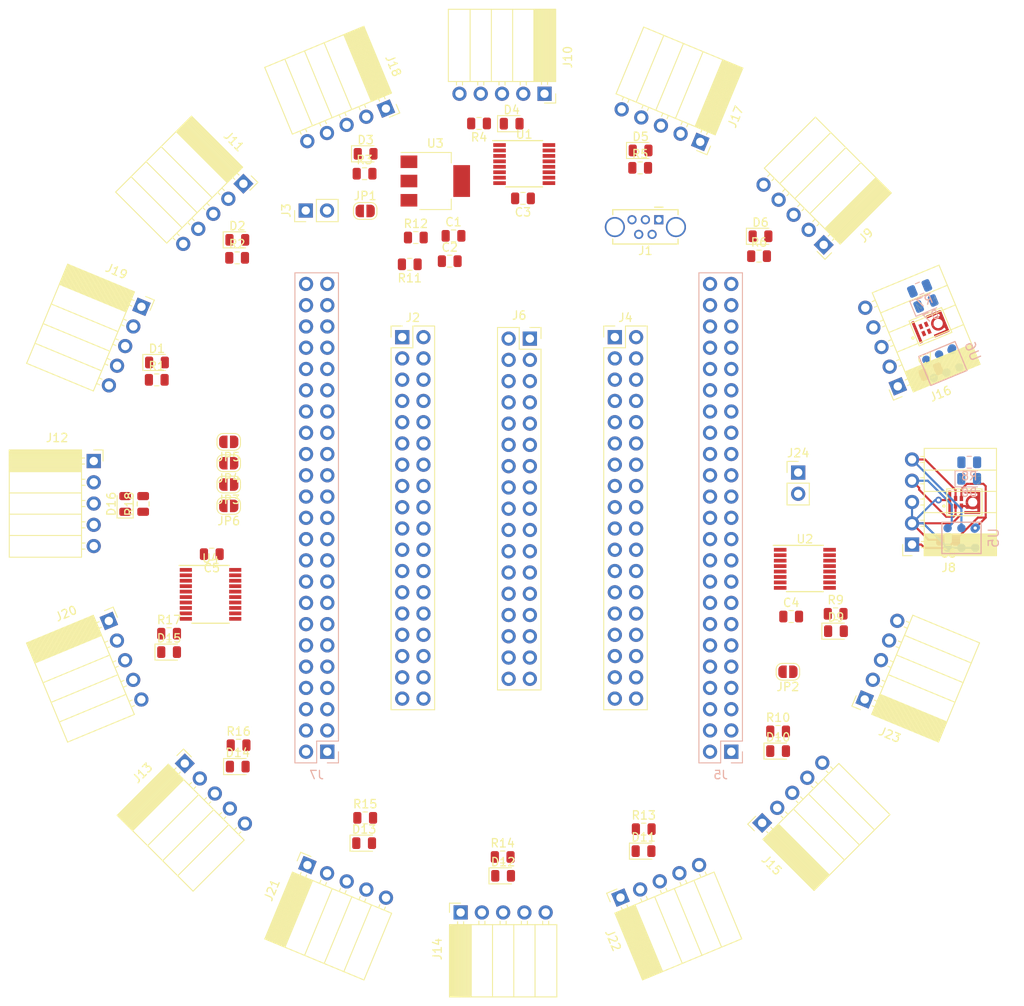
<source format=kicad_pcb>
(kicad_pcb (version 20171130) (host pcbnew 5.0.2+dfsg1-1)
  (layers (0 F.Cu signal) (31 B.Cu signal) (34 B.Paste user) (35 F.Paste user) (36 B.SilkS user) (37 F.SilkS user) (38 B.Mask user) (39 F.Mask user) (44 Edge.Cuts user))
  (net 0 "")
  (net 1 GND)
  (net 2 +3.3VP)
  (net 3 "Net-(D1-Pad1)")
  (net 4 "Net-(D1-Pad2)")
  (net 5 "Net-(D2-Pad2)")
  (net 6 "Net-(D2-Pad1)")
  (net 7 "Net-(D3-Pad1)")
  (net 8 "Net-(D3-Pad2)")
  (net 9 "Net-(D4-Pad2)")
  (net 10 "Net-(D4-Pad1)")
  (net 11 "Net-(D5-Pad1)")
  (net 12 "Net-(D5-Pad2)")
  (net 13 "Net-(D6-Pad2)")
  (net 14 "Net-(D6-Pad1)")
  (net 15 "Net-(D7-Pad1)")
  (net 16 "Net-(D7-Pad2)")
  (net 17 "Net-(D8-Pad2)")
  (net 18 "Net-(D8-Pad1)")
  (net 19 "Net-(D9-Pad1)")
  (net 20 "Net-(D9-Pad2)")
  (net 21 "Net-(D10-Pad1)")
  (net 22 "Net-(D10-Pad2)")
  (net 23 "Net-(D11-Pad2)")
  (net 24 "Net-(D11-Pad1)")
  (net 25 "Net-(D12-Pad2)")
  (net 26 "Net-(D12-Pad1)")
  (net 27 "Net-(D13-Pad2)")
  (net 28 "Net-(D13-Pad1)")
  (net 29 "Net-(D14-Pad1)")
  (net 30 "Net-(D14-Pad2)")
  (net 31 "Net-(D15-Pad2)")
  (net 32 "Net-(D15-Pad1)")
  (net 33 "Net-(D16-Pad1)")
  (net 34 "Net-(D16-Pad2)")
  (net 35 /PB_VBUS)
  (net 36 /PB_USB_DM)
  (net 37 /PB_USB_DP)
  (net 38 /PB_USB_ID)
  (net 39 +5VA)
  (net 40 +3V3)
  (net 41 +5V)
  (net 42 /MIC_D7)
  (net 43 /MIC_D4)
  (net 44 /MIC_D1)
  (net 45 /MIC_D0)
  (net 46 /MIC_D5)
  (net 47 /MIC_D2)
  (net 48 /LED_STCP)
  (net 49 /MIC_D3)
  (net 50 /LED_SHCP)
  (net 51 /MIC_D6)
  (net 52 /LED_DS)
  (net 53 /MIC_CLK)
  (net 54 "/Microphone Headers/CLK0")
  (net 55 "/Microphone Headers/CLK1")
  (net 56 "/Microphone Headers/CLK2")
  (net 57 "/Microphone Headers/CLK3")
  (net 58 "Net-(R11-Pad2)")
  (net 59 "/LED Ring/SH_Q7")
  (module Capacitor_SMD:C_0805_2012Metric (layer F.Cu) (at 127.375 62.15)
    (fp_text reference C1 (at 0 -1.65) (layer F.SilkS))
    (fp_text value 100n)
    (pad 2 smd roundrect (at 0.9375 0) (size 0.975 1.4) (layers F.Cu F.Paste F.Mask) (net 1 GND))
    (pad 1 smd roundrect (at -0.9375 0) (size 0.975 1.4) (layers F.Cu F.Paste F.Mask) (net 2 +3.3VP))
  )
  (module Capacitor_SMD:C_0805_2012Metric (layer F.Cu) (at 126.925 65.175)
    (fp_text reference C2 (at 0 -1.65) (layer F.SilkS))
    (fp_text value 10u)
    (pad 1 smd roundrect (at -0.9375 0) (size 0.975 1.4) (layers F.Cu F.Paste F.Mask) (net 2 +3.3VP))
    (pad 2 smd roundrect (at 0.9375 0) (size 0.975 1.4) (layers F.Cu F.Paste F.Mask) (net 1 GND))
  )
  (module LED_SMD:LED_0805_2012Metric (layer F.Cu) (at 91.95 77.275)
    (fp_text reference D1 (at 0 -1.65) (layer F.SilkS))
    (fp_text value LED-07)
    (pad 1 smd roundrect (at -0.9375 0) (size 0.975 1.4) (layers F.Cu F.Paste F.Mask) (net 3 "Net-(D1-Pad1)"))
    (pad 2 smd roundrect (at 0.9375 0) (size 0.975 1.4) (layers F.Cu F.Paste F.Mask) (net 4 "Net-(D1-Pad2)"))
  )
  (module LED_SMD:LED_0805_2012Metric (layer F.Cu) (at 101.55 62.625)
    (fp_text reference D2 (at 0 -1.65) (layer F.SilkS))
    (fp_text value LED-06)
    (pad 2 smd roundrect (at 0.9375 0) (size 0.975 1.4) (layers F.Cu F.Paste F.Mask) (net 5 "Net-(D2-Pad2)"))
    (pad 1 smd roundrect (at -0.9375 0) (size 0.975 1.4) (layers F.Cu F.Paste F.Mask) (net 6 "Net-(D2-Pad1)"))
  )
  (module LED_SMD:LED_0805_2012Metric (layer F.Cu) (at 116.875 52.35)
    (fp_text reference D3 (at 0 -1.65) (layer F.SilkS))
    (fp_text value LED-05)
    (pad 1 smd roundrect (at -0.9375 0) (size 0.975 1.4) (layers F.Cu F.Paste F.Mask) (net 7 "Net-(D3-Pad1)"))
    (pad 2 smd roundrect (at 0.9375 0) (size 0.975 1.4) (layers F.Cu F.Paste F.Mask) (net 8 "Net-(D3-Pad2)"))
  )
  (module LED_SMD:LED_0805_2012Metric (layer F.Cu) (at 134.325 48.75)
    (fp_text reference D4 (at 0 -1.65) (layer F.SilkS))
    (fp_text value LED-04)
    (pad 2 smd roundrect (at 0.9375 0) (size 0.975 1.4) (layers F.Cu F.Paste F.Mask) (net 9 "Net-(D4-Pad2)"))
    (pad 1 smd roundrect (at -0.9375 0) (size 0.975 1.4) (layers F.Cu F.Paste F.Mask) (net 10 "Net-(D4-Pad1)"))
  )
  (module LED_SMD:LED_0805_2012Metric (layer F.Cu) (at 149.725 51.95)
    (fp_text reference D5 (at 0 -1.65) (layer F.SilkS))
    (fp_text value LED-03)
    (pad 1 smd roundrect (at -0.9375 0) (size 0.975 1.4) (layers F.Cu F.Paste F.Mask) (net 11 "Net-(D5-Pad1)"))
    (pad 2 smd roundrect (at 0.9375 0) (size 0.975 1.4) (layers F.Cu F.Paste F.Mask) (net 12 "Net-(D5-Pad2)"))
  )
  (module LED_SMD:LED_0805_2012Metric (layer F.Cu) (at 164.05 62.2)
    (fp_text reference D6 (at 0 -1.65) (layer F.SilkS))
    (fp_text value LED-02)
    (pad 2 smd roundrect (at 0.9375 0) (size 0.975 1.4) (layers F.Cu F.Paste F.Mask) (net 13 "Net-(D6-Pad2)"))
    (pad 1 smd roundrect (at -0.9375 0) (size 0.975 1.4) (layers F.Cu F.Paste F.Mask) (net 14 "Net-(D6-Pad1)"))
  )
  (module LED_SMD:LED_0805_2012Metric (layer B.Cu) (at 183.808863 70.233766 22.5)
    (fp_text reference D7 (at 0 1.65 22.5) (layer B.SilkS) (effects (justify mirror)))
    (fp_text value LED-01)
    (pad 1 smd roundrect (at -0.9375 0 22.5) (size 0.975 1.4) (layers B.Cu B.Paste B.Mask) (net 15 "Net-(D7-Pad1)"))
    (pad 2 smd roundrect (at 0.9375 0 22.5) (size 0.975 1.4) (layers B.Cu B.Paste B.Mask) (net 16 "Net-(D7-Pad2)"))
  )
  (module LED_SMD:LED_0805_2012Metric (layer B.Cu) (at 188.975 91.175)
    (fp_text reference D8 (at 0 1.65) (layer B.SilkS) (effects (justify mirror)))
    (fp_text value LED-00)
    (pad 2 smd roundrect (at 0.9375 0) (size 0.975 1.4) (layers B.Cu B.Paste B.Mask) (net 17 "Net-(D8-Pad2)"))
    (pad 1 smd roundrect (at -0.9375 0) (size 0.975 1.4) (layers B.Cu B.Paste B.Mask) (net 18 "Net-(D8-Pad1)"))
  )
  (module LED_SMD:LED_0805_2012Metric (layer F.Cu) (at 173.0625 109.375)
    (fp_text reference D9 (at 0 -1.65) (layer F.SilkS))
    (fp_text value LED-15)
    (pad 1 smd roundrect (at -0.9375 0) (size 0.975 1.4) (layers F.Cu F.Paste F.Mask) (net 19 "Net-(D9-Pad1)"))
    (pad 2 smd roundrect (at 0.9375 0) (size 0.975 1.4) (layers F.Cu F.Paste F.Mask) (net 20 "Net-(D9-Pad2)"))
  )
  (module LED_SMD:LED_0805_2012Metric (layer F.Cu) (at 166.15 123.7)
    (fp_text reference D10 (at 0 -1.65) (layer F.SilkS))
    (fp_text value LED-14)
    (pad 1 smd roundrect (at -0.9375 0) (size 0.975 1.4) (layers F.Cu F.Paste F.Mask) (net 21 "Net-(D10-Pad1)"))
    (pad 2 smd roundrect (at 0.9375 0) (size 0.975 1.4) (layers F.Cu F.Paste F.Mask) (net 22 "Net-(D10-Pad2)"))
  )
  (module LED_SMD:LED_0805_2012Metric (layer F.Cu) (at 150.075 135.65)
    (fp_text reference D11 (at 0 -1.65) (layer F.SilkS))
    (fp_text value LED-13)
    (pad 2 smd roundrect (at 0.9375 0) (size 0.975 1.4) (layers F.Cu F.Paste F.Mask) (net 23 "Net-(D11-Pad2)"))
    (pad 1 smd roundrect (at -0.9375 0) (size 0.975 1.4) (layers F.Cu F.Paste F.Mask) (net 24 "Net-(D11-Pad1)"))
  )
  (module LED_SMD:LED_0805_2012Metric (layer F.Cu) (at 133.3 138.6)
    (fp_text reference D12 (at 0 -1.65) (layer F.SilkS))
    (fp_text value LED-12)
    (pad 2 smd roundrect (at 0.9375 0) (size 0.975 1.4) (layers F.Cu F.Paste F.Mask) (net 25 "Net-(D12-Pad2)"))
    (pad 1 smd roundrect (at -0.9375 0) (size 0.975 1.4) (layers F.Cu F.Paste F.Mask) (net 26 "Net-(D12-Pad1)"))
  )
  (module LED_SMD:LED_0805_2012Metric (layer F.Cu) (at 116.7 134.7)
    (fp_text reference D13 (at 0 -1.65) (layer F.SilkS))
    (fp_text value LED-11)
    (pad 2 smd roundrect (at 0.9375 0) (size 0.975 1.4) (layers F.Cu F.Paste F.Mask) (net 27 "Net-(D13-Pad2)"))
    (pad 1 smd roundrect (at -0.9375 0) (size 0.975 1.4) (layers F.Cu F.Paste F.Mask) (net 28 "Net-(D13-Pad1)"))
  )
  (module LED_SMD:LED_0805_2012Metric (layer F.Cu) (at 101.6 125.55)
    (fp_text reference D14 (at 0 -1.65) (layer F.SilkS))
    (fp_text value LED-10)
    (pad 1 smd roundrect (at -0.9375 0) (size 0.975 1.4) (layers F.Cu F.Paste F.Mask) (net 29 "Net-(D14-Pad1)"))
    (pad 2 smd roundrect (at 0.9375 0) (size 0.975 1.4) (layers F.Cu F.Paste F.Mask) (net 30 "Net-(D14-Pad2)"))
  )
  (module LED_SMD:LED_0805_2012Metric (layer F.Cu) (at 93.4 111.875)
    (fp_text reference D15 (at 0 -1.65) (layer F.SilkS))
    (fp_text value LED-09)
    (pad 2 smd roundrect (at 0.9375 0) (size 0.975 1.4) (layers F.Cu F.Paste F.Mask) (net 31 "Net-(D15-Pad2)"))
    (pad 1 smd roundrect (at -0.9375 0) (size 0.975 1.4) (layers F.Cu F.Paste F.Mask) (net 32 "Net-(D15-Pad1)"))
  )
  (module LED_SMD:LED_0805_2012Metric (layer F.Cu) (at 88.15 94.175 90)
    (fp_text reference D16 (at 0 -1.65 90) (layer F.SilkS))
    (fp_text value LED-08)
    (pad 1 smd roundrect (at -0.9375 0 90) (size 0.975 1.4) (layers F.Cu F.Paste F.Mask) (net 33 "Net-(D16-Pad1)"))
    (pad 2 smd roundrect (at 0.9375 0 90) (size 0.975 1.4) (layers F.Cu F.Paste F.Mask) (net 34 "Net-(D16-Pad2)"))
  )
  (module Connector_PinSocket_2.54mm:PinSocket_1x05_P2.54mm_Horizontal (layer F.Cu) (at 182.15 99.025 180)
    (fp_text reference J8 (at -4.38 -2.77 180) (layer F.SilkS))
    (fp_text value MIC-00)
    (pad 1 thru_hole rect (at 0 0 180) (size 1.7 1.7) (drill 1) (layers *.Cu *.Mask) (net 40 +3V3))
    (pad 2 thru_hole oval (at 0 2.54 180) (size 1.7 1.7) (drill 1) (layers *.Cu *.Mask) (net 1 GND))
    (pad 3 thru_hole oval (at 0 5.08 180) (size 1.7 1.7) (drill 1) (layers *.Cu *.Mask) (net 1 GND))
    (pad 4 thru_hole oval (at 0 7.62 180) (size 1.7 1.7) (drill 1) (layers *.Cu *.Mask) (net 54 "/Microphone Headers/CLK0"))
    (pad 5 thru_hole oval (at 0 10.16 180) (size 1.7 1.7) (drill 1) (layers *.Cu *.Mask) (net 45 /MIC_D0))
  )
  (module Connector_PinSocket_2.54mm:PinSocket_1x05_P2.54mm_Horizontal (layer F.Cu) (at 171.6 63.225 225)
    (fp_text reference J9 (at -4.38 -2.77 225) (layer F.SilkS))
    (fp_text value MIC-02)
    (pad 1 thru_hole rect (at 0 0 225) (size 1.7 1.7) (drill 1) (layers *.Cu *.Mask) (net 40 +3V3))
    (pad 2 thru_hole oval (at 0 2.54 225) (size 1.7 1.7) (drill 1) (layers *.Cu *.Mask) (net 1 GND))
    (pad 3 thru_hole oval (at 0 5.079999 225) (size 1.7 1.7) (drill 1) (layers *.Cu *.Mask) (net 1 GND))
    (pad 4 thru_hole oval (at 0 7.62 225) (size 1.7 1.7) (drill 1) (layers *.Cu *.Mask) (net 54 "/Microphone Headers/CLK0"))
    (pad 5 thru_hole oval (at 0 10.16 225) (size 1.7 1.7) (drill 1) (layers *.Cu *.Mask) (net 44 /MIC_D1))
  )
  (module Connector_PinSocket_2.54mm:PinSocket_1x05_P2.54mm_Horizontal (layer F.Cu) (at 138.25 45.175 270)
    (fp_text reference J10 (at -4.38 -2.77 270) (layer F.SilkS))
    (fp_text value MIC-04)
    (pad 1 thru_hole rect (at 0 0 270) (size 1.7 1.7) (drill 1) (layers *.Cu *.Mask) (net 40 +3V3))
    (pad 2 thru_hole oval (at 0 2.54 270) (size 1.7 1.7) (drill 1) (layers *.Cu *.Mask) (net 1 GND))
    (pad 3 thru_hole oval (at 0 5.08 270) (size 1.7 1.7) (drill 1) (layers *.Cu *.Mask) (net 1 GND))
    (pad 4 thru_hole oval (at 0 7.62 270) (size 1.7 1.7) (drill 1) (layers *.Cu *.Mask) (net 55 "/Microphone Headers/CLK1"))
    (pad 5 thru_hole oval (at 0 10.16 270) (size 1.7 1.7) (drill 1) (layers *.Cu *.Mask) (net 47 /MIC_D2))
  )
  (module Connector_PinSocket_2.54mm:PinSocket_1x05_P2.54mm_Horizontal (layer F.Cu) (at 102.275 55.925 315)
    (fp_text reference J11 (at -4.38 -2.77 315) (layer F.SilkS))
    (fp_text value MIC-06)
    (pad 1 thru_hole rect (at 0 0 315) (size 1.7 1.7) (drill 1) (layers *.Cu *.Mask) (net 40 +3V3))
    (pad 2 thru_hole oval (at 0 2.54 315) (size 1.7 1.7) (drill 1) (layers *.Cu *.Mask) (net 1 GND))
    (pad 3 thru_hole oval (at 0 5.079999 315) (size 1.7 1.7) (drill 1) (layers *.Cu *.Mask) (net 1 GND))
    (pad 4 thru_hole oval (at 0 7.62 315) (size 1.7 1.7) (drill 1) (layers *.Cu *.Mask) (net 55 "/Microphone Headers/CLK1"))
    (pad 5 thru_hole oval (at 0 10.16 315) (size 1.7 1.7) (drill 1) (layers *.Cu *.Mask) (net 49 /MIC_D3))
  )
  (module Connector_PinSocket_2.54mm:PinSocket_1x05_P2.54mm_Horizontal (layer F.Cu) (at 84.4 89.05)
    (fp_text reference J12 (at -4.38 -2.77) (layer F.SilkS))
    (fp_text value MIC-08)
    (pad 1 thru_hole rect (at 0 0) (size 1.7 1.7) (drill 1) (layers *.Cu *.Mask) (net 40 +3V3))
    (pad 2 thru_hole oval (at 0 2.54) (size 1.7 1.7) (drill 1) (layers *.Cu *.Mask) (net 1 GND))
    (pad 3 thru_hole oval (at 0 5.08) (size 1.7 1.7) (drill 1) (layers *.Cu *.Mask) (net 1 GND))
    (pad 4 thru_hole oval (at 0 7.62) (size 1.7 1.7) (drill 1) (layers *.Cu *.Mask) (net 56 "/Microphone Headers/CLK2"))
    (pad 5 thru_hole oval (at 0 10.16) (size 1.7 1.7) (drill 1) (layers *.Cu *.Mask) (net 43 /MIC_D4))
  )
  (module Connector_PinSocket_2.54mm:PinSocket_1x05_P2.54mm_Horizontal (layer F.Cu) (at 95.275 125.175 45)
    (fp_text reference J13 (at -4.38 -2.77 45) (layer F.SilkS))
    (fp_text value MIC-10)
    (pad 1 thru_hole rect (at 0 0 45) (size 1.7 1.7) (drill 1) (layers *.Cu *.Mask) (net 40 +3V3))
    (pad 2 thru_hole oval (at 0 2.54 45) (size 1.7 1.7) (drill 1) (layers *.Cu *.Mask) (net 1 GND))
    (pad 3 thru_hole oval (at 0 5.079999 45) (size 1.7 1.7) (drill 1) (layers *.Cu *.Mask) (net 1 GND))
    (pad 4 thru_hole oval (at 0 7.62 45) (size 1.7 1.7) (drill 1) (layers *.Cu *.Mask) (net 56 "/Microphone Headers/CLK2"))
    (pad 5 thru_hole oval (at 0 10.16 45) (size 1.7 1.7) (drill 1) (layers *.Cu *.Mask) (net 46 /MIC_D5))
  )
  (module Connector_PinSocket_2.54mm:PinSocket_1x05_P2.54mm_Horizontal (layer F.Cu) (at 128.225 142.975 90)
    (fp_text reference J14 (at -4.38 -2.77 90) (layer F.SilkS))
    (fp_text value MIC-12)
    (pad 1 thru_hole rect (at 0 0 90) (size 1.7 1.7) (drill 1) (layers *.Cu *.Mask) (net 40 +3V3))
    (pad 2 thru_hole oval (at 0 2.54 90) (size 1.7 1.7) (drill 1) (layers *.Cu *.Mask) (net 1 GND))
    (pad 3 thru_hole oval (at 0 5.08 90) (size 1.7 1.7) (drill 1) (layers *.Cu *.Mask) (net 1 GND))
    (pad 4 thru_hole oval (at 0 7.62 90) (size 1.7 1.7) (drill 1) (layers *.Cu *.Mask) (net 57 "/Microphone Headers/CLK3"))
    (pad 5 thru_hole oval (at 0 10.16 90) (size 1.7 1.7) (drill 1) (layers *.Cu *.Mask) (net 51 /MIC_D6))
  )
  (module Connector_PinSocket_2.54mm:PinSocket_1x05_P2.54mm_Horizontal (layer F.Cu) (at 164.25 132.275 135)
    (fp_text reference J15 (at -4.38 -2.77 135) (layer F.SilkS))
    (fp_text value MIC-14)
    (pad 1 thru_hole rect (at 0 0 135) (size 1.7 1.7) (drill 1) (layers *.Cu *.Mask) (net 40 +3V3))
    (pad 2 thru_hole oval (at 0 2.54 135) (size 1.7 1.7) (drill 1) (layers *.Cu *.Mask) (net 1 GND))
    (pad 3 thru_hole oval (at 0 5.079999 135) (size 1.7 1.7) (drill 1) (layers *.Cu *.Mask) (net 1 GND))
    (pad 4 thru_hole oval (at 0 7.62 135) (size 1.7 1.7) (drill 1) (layers *.Cu *.Mask) (net 57 "/Microphone Headers/CLK3"))
    (pad 5 thru_hole oval (at 0 10.16 135) (size 1.7 1.7) (drill 1) (layers *.Cu *.Mask) (net 42 /MIC_D7))
  )
  (module Connector_PinSocket_2.54mm:PinSocket_1x05_P2.54mm_Horizontal (layer F.Cu) (at 180.45 80.125 202.5)
    (fp_text reference J16 (at -4.38 -2.77 202.5) (layer F.SilkS))
    (fp_text value MIC-01)
    (pad 5 thru_hole oval (at -0.000001 10.16 202.5) (size 1.7 1.7) (drill 1) (layers *.Cu *.Mask) (net 45 /MIC_D0))
    (pad 4 thru_hole oval (at 0 7.62 202.5) (size 1.7 1.7) (drill 1) (layers *.Cu *.Mask) (net 54 "/Microphone Headers/CLK0"))
    (pad 3 thru_hole oval (at 0 5.08 202.5) (size 1.7 1.7) (drill 1) (layers *.Cu *.Mask) (net 40 +3V3))
    (pad 2 thru_hole oval (at 0 2.54 202.5) (size 1.7 1.7) (drill 1) (layers *.Cu *.Mask) (net 1 GND))
    (pad 1 thru_hole rect (at 0 0 202.5) (size 1.7 1.7) (drill 1) (layers *.Cu *.Mask) (net 40 +3V3))
  )
  (module Connector_PinSocket_2.54mm:PinSocket_1x05_P2.54mm_Horizontal (layer F.Cu) (at 156.85 50.925 247.5)
    (fp_text reference J17 (at -4.38 -2.77 247.5) (layer F.SilkS))
    (fp_text value MIC-03)
    (pad 5 thru_hole oval (at 0 10.16 247.5) (size 1.7 1.7) (drill 1) (layers *.Cu *.Mask) (net 44 /MIC_D1))
    (pad 4 thru_hole oval (at 0 7.62 247.5) (size 1.7 1.7) (drill 1) (layers *.Cu *.Mask) (net 54 "/Microphone Headers/CLK0"))
    (pad 3 thru_hole oval (at 0 5.08 247.5) (size 1.7 1.7) (drill 1) (layers *.Cu *.Mask) (net 40 +3V3))
    (pad 2 thru_hole oval (at 0 2.54 247.5) (size 1.7 1.7) (drill 1) (layers *.Cu *.Mask) (net 1 GND))
    (pad 1 thru_hole rect (at 0 0 247.5) (size 1.7 1.7) (drill 1) (layers *.Cu *.Mask) (net 40 +3V3))
  )
  (module Connector_PinSocket_2.54mm:PinSocket_1x05_P2.54mm_Horizontal (layer F.Cu) (at 119.3 46.95 292.5)
    (fp_text reference J18 (at -4.38 -2.77 292.5) (layer F.SilkS))
    (fp_text value MIC-05)
    (pad 5 thru_hole oval (at 0 10.16 292.5) (size 1.7 1.7) (drill 1) (layers *.Cu *.Mask) (net 47 /MIC_D2))
    (pad 4 thru_hole oval (at 0 7.62 292.5) (size 1.7 1.7) (drill 1) (layers *.Cu *.Mask) (net 55 "/Microphone Headers/CLK1"))
    (pad 3 thru_hole oval (at 0 5.08 292.5) (size 1.7 1.7) (drill 1) (layers *.Cu *.Mask) (net 40 +3V3))
    (pad 2 thru_hole oval (at 0 2.54 292.5) (size 1.7 1.7) (drill 1) (layers *.Cu *.Mask) (net 1 GND))
    (pad 1 thru_hole rect (at 0 0 292.5) (size 1.7 1.7) (drill 1) (layers *.Cu *.Mask) (net 40 +3V3))
  )
  (module Connector_PinSocket_2.54mm:PinSocket_1x05_P2.54mm_Horizontal (layer F.Cu) (at 90.1 70.625 337.5)
    (fp_text reference J19 (at -4.38 -2.77 337.5) (layer F.SilkS))
    (fp_text value MIC-07)
    (pad 5 thru_hole oval (at 0 10.16 337.5) (size 1.7 1.7) (drill 1) (layers *.Cu *.Mask) (net 49 /MIC_D3))
    (pad 4 thru_hole oval (at 0 7.62 337.5) (size 1.7 1.7) (drill 1) (layers *.Cu *.Mask) (net 55 "/Microphone Headers/CLK1"))
    (pad 3 thru_hole oval (at 0 5.08 337.5) (size 1.7 1.7) (drill 1) (layers *.Cu *.Mask) (net 40 +3V3))
    (pad 2 thru_hole oval (at 0 2.54 337.5) (size 1.7 1.7) (drill 1) (layers *.Cu *.Mask) (net 1 GND))
    (pad 1 thru_hole rect (at 0 0 337.5) (size 1.7 1.7) (drill 1) (layers *.Cu *.Mask) (net 40 +3V3))
  )
  (module Connector_PinSocket_2.54mm:PinSocket_1x05_P2.54mm_Horizontal (layer F.Cu) (at 86.2 108.15 22.5)
    (fp_text reference J20 (at -4.38 -2.77 22.5) (layer F.SilkS))
    (fp_text value MIC-09)
    (pad 5 thru_hole oval (at 0 10.16 22.5) (size 1.7 1.7) (drill 1) (layers *.Cu *.Mask) (net 43 /MIC_D4))
    (pad 4 thru_hole oval (at 0 7.62 22.5) (size 1.7 1.7) (drill 1) (layers *.Cu *.Mask) (net 56 "/Microphone Headers/CLK2"))
    (pad 3 thru_hole oval (at 0 5.08 22.5) (size 1.7 1.7) (drill 1) (layers *.Cu *.Mask) (net 40 +3V3))
    (pad 2 thru_hole oval (at 0 2.54 22.5) (size 1.7 1.7) (drill 1) (layers *.Cu *.Mask) (net 1 GND))
    (pad 1 thru_hole rect (at 0 0 22.5) (size 1.7 1.7) (drill 1) (layers *.Cu *.Mask) (net 40 +3V3))
  )
  (module Connector_PinSocket_2.54mm:PinSocket_1x05_P2.54mm_Horizontal (layer F.Cu) (at 109.925 137.325 67.5)
    (fp_text reference J21 (at -4.38 -2.77 67.5) (layer F.SilkS))
    (fp_text value MIC-11)
    (pad 5 thru_hole oval (at 0 10.16 67.5) (size 1.7 1.7) (drill 1) (layers *.Cu *.Mask) (net 46 /MIC_D5))
    (pad 4 thru_hole oval (at 0 7.62 67.5) (size 1.7 1.7) (drill 1) (layers *.Cu *.Mask) (net 56 "/Microphone Headers/CLK2"))
    (pad 3 thru_hole oval (at 0 5.08 67.5) (size 1.7 1.7) (drill 1) (layers *.Cu *.Mask) (net 40 +3V3))
    (pad 2 thru_hole oval (at 0 2.54 67.5) (size 1.7 1.7) (drill 1) (layers *.Cu *.Mask) (net 1 GND))
    (pad 1 thru_hole rect (at 0 0 67.5) (size 1.7 1.7) (drill 1) (layers *.Cu *.Mask) (net 40 +3V3))
  )
  (module Connector_PinSocket_2.54mm:PinSocket_1x05_P2.54mm_Horizontal (layer F.Cu) (at 147.325 141.2 112.5)
    (fp_text reference J22 (at -4.38 -2.77 112.5) (layer F.SilkS))
    (fp_text value MIC-13)
    (pad 5 thru_hole oval (at 0 10.16 112.5) (size 1.7 1.7) (drill 1) (layers *.Cu *.Mask) (net 51 /MIC_D6))
    (pad 4 thru_hole oval (at 0 7.62 112.5) (size 1.7 1.7) (drill 1) (layers *.Cu *.Mask) (net 57 "/Microphone Headers/CLK3"))
    (pad 3 thru_hole oval (at 0 5.08 112.5) (size 1.7 1.7) (drill 1) (layers *.Cu *.Mask) (net 40 +3V3))
    (pad 2 thru_hole oval (at 0 2.54 112.5) (size 1.7 1.7) (drill 1) (layers *.Cu *.Mask) (net 1 GND))
    (pad 1 thru_hole rect (at 0 0 112.5) (size 1.7 1.7) (drill 1) (layers *.Cu *.Mask) (net 40 +3V3))
  )
  (module Connector_PinSocket_2.54mm:PinSocket_1x05_P2.54mm_Horizontal (layer F.Cu) (at 176.5 117.525 157.5)
    (fp_text reference J23 (at -4.38 -2.77 157.5) (layer F.SilkS))
    (fp_text value MIC-15)
    (pad 5 thru_hole oval (at 0 10.16 157.5) (size 1.7 1.7) (drill 1) (layers *.Cu *.Mask) (net 42 /MIC_D7))
    (pad 4 thru_hole oval (at 0 7.62 157.5) (size 1.7 1.7) (drill 1) (layers *.Cu *.Mask) (net 57 "/Microphone Headers/CLK3"))
    (pad 3 thru_hole oval (at 0 5.08 157.5) (size 1.7 1.7) (drill 1) (layers *.Cu *.Mask) (net 40 +3V3))
    (pad 2 thru_hole oval (at 0 2.54 157.5) (size 1.7 1.7) (drill 1) (layers *.Cu *.Mask) (net 1 GND))
    (pad 1 thru_hole rect (at 0 0 157.5) (size 1.7 1.7) (drill 1) (layers *.Cu *.Mask) (net 40 +3V3))
  )
  (module Jumper:SolderJumper-2_P1.3mm_Open_RoundedPad1.0x1.5mm (layer F.Cu) (at 116.825 59.175)
    (fp_text reference JP1 (at 0 -1.8) (layer F.SilkS))
    (fp_text value FEED_5V)
    (pad 1 smd custom (at -0.65 0) (size 1 0.5) (layers F.Cu F.Mask) (net 39 +5VA) (options (clearance outline) (anchor rect)) (primitives (gr_circle (center 0 0.25) (end 0.5 0.25) (width 0)) (gr_circle (center 0 -0.25) (end 0.5 -0.25) (width 0)) (gr_poly (pts (xy 0 -0.75) (xy 0.5 -0.75) (xy 0.5 0.75) (xy 0 0.75)) (width 0))))
    (pad 2 smd custom (at 0.65 0) (size 1 0.5) (layers F.Cu F.Mask) (net 41 +5V) (options (clearance outline) (anchor rect)) (primitives (gr_circle (center 0 0.25) (end 0.5 0.25) (width 0)) (gr_circle (center 0 -0.25) (end 0.5 -0.25) (width 0)) (gr_poly (pts (xy 0 -0.75) (xy -0.5 -0.75) (xy -0.5 0.75) (xy 0 0.75)) (width 0))))
  )
  (module Jumper:SolderJumper-2_P1.3mm_Open_RoundedPad1.0x1.5mm (layer F.Cu) (at 167.325 114.225 180)
    (fp_text reference JP2 (at 0 -1.8 180) (layer F.SilkS))
    (fp_text value BB_3.3V_PWR)
    (pad 2 smd custom (at 0.65 0 180) (size 1 0.5) (layers F.Cu F.Mask) (net 2 +3.3VP) (options (clearance outline) (anchor rect)) (primitives (gr_circle (center 0 0.25) (end 0.5 0.25) (width 0)) (gr_circle (center 0 -0.25) (end 0.5 -0.25) (width 0)) (gr_poly (pts (xy 0 -0.75) (xy -0.5 -0.75) (xy -0.5 0.75) (xy 0 0.75)) (width 0))))
    (pad 1 smd custom (at -0.65 0 180) (size 1 0.5) (layers F.Cu F.Mask) (net 40 +3V3) (options (clearance outline) (anchor rect)) (primitives (gr_circle (center 0 0.25) (end 0.5 0.25) (width 0)) (gr_circle (center 0 -0.25) (end 0.5 -0.25) (width 0)) (gr_poly (pts (xy 0 -0.75) (xy 0.5 -0.75) (xy 0.5 0.75) (xy 0 0.75)) (width 0))))
  )
  (module Jumper:SolderJumper-2_P1.3mm_Open_RoundedPad1.0x1.5mm (layer F.Cu) (at 100.524999 91.859999 180)
    (fp_text reference JP3 (at 0 -1.8 180) (layer F.SilkS))
    (fp_text value BYPASS_CLK0_BUFF)
    (pad 1 smd custom (at -0.65 0 180) (size 1 0.5) (layers F.Cu F.Mask) (net 53 /MIC_CLK) (options (clearance outline) (anchor rect)) (primitives (gr_circle (center 0 0.25) (end 0.5 0.25) (width 0)) (gr_circle (center 0 -0.25) (end 0.5 -0.25) (width 0)) (gr_poly (pts (xy 0 -0.75) (xy 0.5 -0.75) (xy 0.5 0.75) (xy 0 0.75)) (width 0))))
    (pad 2 smd custom (at 0.65 0 180) (size 1 0.5) (layers F.Cu F.Mask) (net 54 "/Microphone Headers/CLK0") (options (clearance outline) (anchor rect)) (primitives (gr_circle (center 0 0.25) (end 0.5 0.25) (width 0)) (gr_circle (center 0 -0.25) (end 0.5 -0.25) (width 0)) (gr_poly (pts (xy 0 -0.75) (xy -0.5 -0.75) (xy -0.5 0.75) (xy 0 0.75)) (width 0))))
  )
  (module Jumper:SolderJumper-2_P1.3mm_Open_RoundedPad1.0x1.5mm (layer F.Cu) (at 100.524999 89.309999 180)
    (fp_text reference JP4 (at 0 -1.8 180) (layer F.SilkS))
    (fp_text value BYPASS_CLK1_BUFF)
    (pad 2 smd custom (at 0.65 0 180) (size 1 0.5) (layers F.Cu F.Mask) (net 55 "/Microphone Headers/CLK1") (options (clearance outline) (anchor rect)) (primitives (gr_circle (center 0 0.25) (end 0.5 0.25) (width 0)) (gr_circle (center 0 -0.25) (end 0.5 -0.25) (width 0)) (gr_poly (pts (xy 0 -0.75) (xy -0.5 -0.75) (xy -0.5 0.75) (xy 0 0.75)) (width 0))))
    (pad 1 smd custom (at -0.65 0 180) (size 1 0.5) (layers F.Cu F.Mask) (net 53 /MIC_CLK) (options (clearance outline) (anchor rect)) (primitives (gr_circle (center 0 0.25) (end 0.5 0.25) (width 0)) (gr_circle (center 0 -0.25) (end 0.5 -0.25) (width 0)) (gr_poly (pts (xy 0 -0.75) (xy 0.5 -0.75) (xy 0.5 0.75) (xy 0 0.75)) (width 0))))
  )
  (module Jumper:SolderJumper-2_P1.3mm_Open_RoundedPad1.0x1.5mm (layer F.Cu) (at 100.524999 86.759999 180)
    (fp_text reference JP5 (at 0 -1.8 180) (layer F.SilkS))
    (fp_text value BYPASS_CLK2_BUFF)
    (pad 1 smd custom (at -0.65 0 180) (size 1 0.5) (layers F.Cu F.Mask) (net 53 /MIC_CLK) (options (clearance outline) (anchor rect)) (primitives (gr_circle (center 0 0.25) (end 0.5 0.25) (width 0)) (gr_circle (center 0 -0.25) (end 0.5 -0.25) (width 0)) (gr_poly (pts (xy 0 -0.75) (xy 0.5 -0.75) (xy 0.5 0.75) (xy 0 0.75)) (width 0))))
    (pad 2 smd custom (at 0.65 0 180) (size 1 0.5) (layers F.Cu F.Mask) (net 56 "/Microphone Headers/CLK2") (options (clearance outline) (anchor rect)) (primitives (gr_circle (center 0 0.25) (end 0.5 0.25) (width 0)) (gr_circle (center 0 -0.25) (end 0.5 -0.25) (width 0)) (gr_poly (pts (xy 0 -0.75) (xy -0.5 -0.75) (xy -0.5 0.75) (xy 0 0.75)) (width 0))))
  )
  (module Jumper:SolderJumper-2_P1.3mm_Open_RoundedPad1.0x1.5mm (layer F.Cu) (at 100.524999 94.409999 180)
    (fp_text reference JP6 (at 0 -1.8 180) (layer F.SilkS))
    (fp_text value BYPASS_CLK3_BUFF)
    (pad 2 smd custom (at 0.65 0 180) (size 1 0.5) (layers F.Cu F.Mask) (net 57 "/Microphone Headers/CLK3") (options (clearance outline) (anchor rect)) (primitives (gr_circle (center 0 0.25) (end 0.5 0.25) (width 0)) (gr_circle (center 0 -0.25) (end 0.5 -0.25) (width 0)) (gr_poly (pts (xy 0 -0.75) (xy -0.5 -0.75) (xy -0.5 0.75) (xy 0 0.75)) (width 0))))
    (pad 1 smd custom (at -0.65 0 180) (size 1 0.5) (layers F.Cu F.Mask) (net 53 /MIC_CLK) (options (clearance outline) (anchor rect)) (primitives (gr_circle (center 0 0.25) (end 0.5 0.25) (width 0)) (gr_circle (center 0 -0.25) (end 0.5 -0.25) (width 0)) (gr_poly (pts (xy 0 -0.75) (xy 0.5 -0.75) (xy 0.5 0.75) (xy 0 0.75)) (width 0))))
  )
  (module Resistor_SMD:R_0805_2012Metric (layer F.Cu) (at 91.925 79.35)
    (fp_text reference R1 (at 0 -1.65) (layer F.SilkS))
    (fp_text value 30)
    (pad 2 smd roundrect (at 0.9375 0) (size 0.975 1.4) (layers F.Cu F.Paste F.Mask) (net 1 GND))
    (pad 1 smd roundrect (at -0.9375 0) (size 0.975 1.4) (layers F.Cu F.Paste F.Mask) (net 3 "Net-(D1-Pad1)"))
  )
  (module Resistor_SMD:R_0805_2012Metric (layer F.Cu) (at 101.525 64.775)
    (fp_text reference R2 (at 0 -1.65) (layer F.SilkS))
    (fp_text value 30)
    (pad 1 smd roundrect (at -0.9375 0) (size 0.975 1.4) (layers F.Cu F.Paste F.Mask) (net 6 "Net-(D2-Pad1)"))
    (pad 2 smd roundrect (at 0.9375 0) (size 0.975 1.4) (layers F.Cu F.Paste F.Mask) (net 1 GND))
  )
  (module Resistor_SMD:R_0805_2012Metric (layer F.Cu) (at 116.75 54.725)
    (fp_text reference R3 (at 0 -1.65) (layer F.SilkS))
    (fp_text value 30)
    (pad 1 smd roundrect (at -0.9375 0) (size 0.975 1.4) (layers F.Cu F.Paste F.Mask) (net 7 "Net-(D3-Pad1)"))
    (pad 2 smd roundrect (at 0.9375 0) (size 0.975 1.4) (layers F.Cu F.Paste F.Mask) (net 1 GND))
  )
  (module Resistor_SMD:R_0805_2012Metric (layer F.Cu) (at 130.425 48.725 180)
    (fp_text reference R4 (at 0 -1.65 180) (layer F.SilkS))
    (fp_text value 30)
    (pad 2 smd roundrect (at 0.9375 0 180) (size 0.975 1.4) (layers F.Cu F.Paste F.Mask) (net 1 GND))
    (pad 1 smd roundrect (at -0.9375 0 180) (size 0.975 1.4) (layers F.Cu F.Paste F.Mask) (net 10 "Net-(D4-Pad1)"))
  )
  (module Resistor_SMD:R_0805_2012Metric (layer F.Cu) (at 149.675 54.025)
    (fp_text reference R5 (at 0 -1.65) (layer F.SilkS))
    (fp_text value 30)
    (pad 2 smd roundrect (at 0.9375 0) (size 0.975 1.4) (layers F.Cu F.Paste F.Mask) (net 1 GND))
    (pad 1 smd roundrect (at -0.9375 0) (size 0.975 1.4) (layers F.Cu F.Paste F.Mask) (net 11 "Net-(D5-Pad1)"))
  )
  (module Resistor_SMD:R_0805_2012Metric (layer F.Cu) (at 163.875 64.575)
    (fp_text reference R6 (at 0 -1.65) (layer F.SilkS))
    (fp_text value 30)
    (pad 1 smd roundrect (at -0.9375 0) (size 0.975 1.4) (layers F.Cu F.Paste F.Mask) (net 14 "Net-(D6-Pad1)"))
    (pad 2 smd roundrect (at 0.9375 0) (size 0.975 1.4) (layers F.Cu F.Paste F.Mask) (net 1 GND))
  )
  (module Resistor_SMD:R_0805_2012Metric (layer B.Cu) (at 183.058863 68.433766 22.5)
    (fp_text reference R7 (at 0 1.65 22.5) (layer B.SilkS) (effects (justify mirror)))
    (fp_text value 30)
    (pad 1 smd roundrect (at -0.9375 0 22.5) (size 0.975 1.4) (layers B.Cu B.Paste B.Mask) (net 15 "Net-(D7-Pad1)"))
    (pad 2 smd roundrect (at 0.9375 0 22.5) (size 0.975 1.4) (layers B.Cu B.Paste B.Mask) (net 1 GND))
  )
  (module Resistor_SMD:R_0805_2012Metric (layer B.Cu) (at 188.9875 89.2)
    (fp_text reference R8 (at 0 1.65) (layer B.SilkS) (effects (justify mirror)))
    (fp_text value 30)
    (pad 2 smd roundrect (at 0.9375 0) (size 0.975 1.4) (layers B.Cu B.Paste B.Mask) (net 1 GND))
    (pad 1 smd roundrect (at -0.9375 0) (size 0.975 1.4) (layers B.Cu B.Paste B.Mask) (net 18 "Net-(D8-Pad1)"))
  )
  (module Resistor_SMD:R_0805_2012Metric (layer F.Cu) (at 173.025 107.3)
    (fp_text reference R9 (at 0 -1.65) (layer F.SilkS))
    (fp_text value 30)
    (pad 2 smd roundrect (at 0.9375 0) (size 0.975 1.4) (layers F.Cu F.Paste F.Mask) (net 1 GND))
    (pad 1 smd roundrect (at -0.9375 0) (size 0.975 1.4) (layers F.Cu F.Paste F.Mask) (net 19 "Net-(D9-Pad1)"))
  )
  (module Resistor_SMD:R_0805_2012Metric (layer F.Cu) (at 166.15 121.35)
    (fp_text reference R10 (at 0 -1.65) (layer F.SilkS))
    (fp_text value 30)
    (pad 2 smd roundrect (at 0.9375 0) (size 0.975 1.4) (layers F.Cu F.Paste F.Mask) (net 1 GND))
    (pad 1 smd roundrect (at -0.9375 0) (size 0.975 1.4) (layers F.Cu F.Paste F.Mask) (net 21 "Net-(D10-Pad1)"))
  )
  (module Resistor_SMD:R_0805_2012Metric (layer F.Cu) (at 122.15 65.55 180)
    (fp_text reference R11 (at 0 -1.65 180) (layer F.SilkS))
    (fp_text value 10k)
    (pad 2 smd roundrect (at 0.9375 0 180) (size 0.975 1.4) (layers F.Cu F.Paste F.Mask) (net 58 "Net-(R11-Pad2)"))
    (pad 1 smd roundrect (at -0.9375 0 180) (size 0.975 1.4) (layers F.Cu F.Paste F.Mask) (net 2 +3.3VP))
  )
  (module Resistor_SMD:R_0805_2012Metric (layer F.Cu) (at 122.875 62.35)
    (fp_text reference R12 (at 0 -1.65) (layer F.SilkS))
    (fp_text value 12k)
    (pad 1 smd roundrect (at -0.9375 0) (size 0.975 1.4) (layers F.Cu F.Paste F.Mask) (net 58 "Net-(R11-Pad2)"))
    (pad 2 smd roundrect (at 0.9375 0) (size 0.975 1.4) (layers F.Cu F.Paste F.Mask) (net 1 GND))
  )
  (module Resistor_SMD:R_0805_2012Metric (layer F.Cu) (at 150.1 133.025)
    (fp_text reference R13 (at 0 -1.65) (layer F.SilkS))
    (fp_text value 30)
    (pad 1 smd roundrect (at -0.9375 0) (size 0.975 1.4) (layers F.Cu F.Paste F.Mask) (net 24 "Net-(D11-Pad1)"))
    (pad 2 smd roundrect (at 0.9375 0) (size 0.975 1.4) (layers F.Cu F.Paste F.Mask) (net 1 GND))
  )
  (module Resistor_SMD:R_0805_2012Metric (layer F.Cu) (at 133.25 136.35)
    (fp_text reference R14 (at 0 -1.65) (layer F.SilkS))
    (fp_text value 30)
    (pad 2 smd roundrect (at 0.9375 0) (size 0.975 1.4) (layers F.Cu F.Paste F.Mask) (net 1 GND))
    (pad 1 smd roundrect (at -0.9375 0) (size 0.975 1.4) (layers F.Cu F.Paste F.Mask) (net 26 "Net-(D12-Pad1)"))
  )
  (module Resistor_SMD:R_0805_2012Metric (layer F.Cu) (at 116.825 131.675)
    (fp_text reference R15 (at 0 -1.65) (layer F.SilkS))
    (fp_text value 30)
    (pad 1 smd roundrect (at -0.9375 0) (size 0.975 1.4) (layers F.Cu F.Paste F.Mask) (net 28 "Net-(D13-Pad1)"))
    (pad 2 smd roundrect (at 0.9375 0) (size 0.975 1.4) (layers F.Cu F.Paste F.Mask) (net 1 GND))
  )
  (module Resistor_SMD:R_0805_2012Metric (layer F.Cu) (at 101.7 123)
    (fp_text reference R16 (at 0 -1.65) (layer F.SilkS))
    (fp_text value 30)
    (pad 1 smd roundrect (at -0.9375 0) (size 0.975 1.4) (layers F.Cu F.Paste F.Mask) (net 29 "Net-(D14-Pad1)"))
    (pad 2 smd roundrect (at 0.9375 0) (size 0.975 1.4) (layers F.Cu F.Paste F.Mask) (net 1 GND))
  )
  (module Resistor_SMD:R_0805_2012Metric (layer F.Cu) (at 93.4 109.675)
    (fp_text reference R17 (at 0 -1.65) (layer F.SilkS))
    (fp_text value 30)
    (pad 1 smd roundrect (at -0.9375 0) (size 0.975 1.4) (layers F.Cu F.Paste F.Mask) (net 32 "Net-(D15-Pad1)"))
    (pad 2 smd roundrect (at 0.9375 0) (size 0.975 1.4) (layers F.Cu F.Paste F.Mask) (net 1 GND))
  )
  (module Resistor_SMD:R_0805_2012Metric (layer F.Cu) (at 90.3 94.175 90)
    (fp_text reference R18 (at 0 -1.65 90) (layer F.SilkS))
    (fp_text value 30)
    (pad 2 smd roundrect (at 0.9375 0 90) (size 0.975 1.4) (layers F.Cu F.Paste F.Mask) (net 1 GND))
    (pad 1 smd roundrect (at -0.9375 0 90) (size 0.975 1.4) (layers F.Cu F.Paste F.Mask) (net 33 "Net-(D16-Pad1)"))
  )
  (module Package_SO:TSSOP-16_4.4x5mm_P0.65mm (layer F.Cu) (at 135.825 53.575)
    (fp_text reference U1 (at 0 -3.55) (layer F.SilkS))
    (fp_text value 74HC595)
    (pad 1 smd rect (at -2.95 -2.275) (size 1.5 0.45) (layers F.Cu F.Paste F.Mask) (net 16 "Net-(D7-Pad2)"))
    (pad 2 smd rect (at -2.95 -1.625) (size 1.5 0.45) (layers F.Cu F.Paste F.Mask) (net 13 "Net-(D6-Pad2)"))
    (pad 3 smd rect (at -2.95 -0.975) (size 1.5 0.45) (layers F.Cu F.Paste F.Mask) (net 12 "Net-(D5-Pad2)"))
    (pad 4 smd rect (at -2.95 -0.325) (size 1.5 0.45) (layers F.Cu F.Paste F.Mask) (net 9 "Net-(D4-Pad2)"))
    (pad 5 smd rect (at -2.95 0.325) (size 1.5 0.45) (layers F.Cu F.Paste F.Mask) (net 8 "Net-(D3-Pad2)"))
    (pad 6 smd rect (at -2.95 0.975) (size 1.5 0.45) (layers F.Cu F.Paste F.Mask) (net 5 "Net-(D2-Pad2)"))
    (pad 7 smd rect (at -2.95 1.625) (size 1.5 0.45) (layers F.Cu F.Paste F.Mask) (net 4 "Net-(D1-Pad2)"))
    (pad 8 smd rect (at -2.95 2.275) (size 1.5 0.45) (layers F.Cu F.Paste F.Mask) (net 1 GND))
    (pad 9 smd rect (at 2.95 2.275) (size 1.5 0.45) (layers F.Cu F.Paste F.Mask) (net 59 "/LED Ring/SH_Q7"))
    (pad 10 smd rect (at 2.95 1.625) (size 1.5 0.45) (layers F.Cu F.Paste F.Mask) (net 2 +3.3VP))
    (pad 11 smd rect (at 2.95 0.975) (size 1.5 0.45) (layers F.Cu F.Paste F.Mask) (net 50 /LED_SHCP))
    (pad 12 smd rect (at 2.95 0.325) (size 1.5 0.45) (layers F.Cu F.Paste F.Mask) (net 48 /LED_STCP))
    (pad 13 smd rect (at 2.95 -0.325) (size 1.5 0.45) (layers F.Cu F.Paste F.Mask) (net 1 GND))
    (pad 14 smd rect (at 2.95 -0.975) (size 1.5 0.45) (layers F.Cu F.Paste F.Mask) (net 52 /LED_DS))
    (pad 15 smd rect (at 2.95 -1.625) (size 1.5 0.45) (layers F.Cu F.Paste F.Mask) (net 17 "Net-(D8-Pad2)"))
    (pad 16 smd rect (at 2.95 -2.275) (size 1.5 0.45) (layers F.Cu F.Paste F.Mask) (net 2 +3.3VP))
  )
  (module Package_SO:TSSOP-16_4.4x5mm_P0.65mm (layer F.Cu) (at 169.35 101.925)
    (fp_text reference U2 (at 0 -3.55) (layer F.SilkS))
    (fp_text value 74HC595)
    (pad 16 smd rect (at 2.95 -2.275) (size 1.5 0.45) (layers F.Cu F.Paste F.Mask) (net 2 +3.3VP))
    (pad 15 smd rect (at 2.95 -1.625) (size 1.5 0.45) (layers F.Cu F.Paste F.Mask) (net 34 "Net-(D16-Pad2)"))
    (pad 14 smd rect (at 2.95 -0.975) (size 1.5 0.45) (layers F.Cu F.Paste F.Mask) (net 59 "/LED Ring/SH_Q7"))
    (pad 13 smd rect (at 2.95 -0.325) (size 1.5 0.45) (layers F.Cu F.Paste F.Mask) (net 1 GND))
    (pad 12 smd rect (at 2.95 0.325) (size 1.5 0.45) (layers F.Cu F.Paste F.Mask) (net 48 /LED_STCP))
    (pad 11 smd rect (at 2.95 0.975) (size 1.5 0.45) (layers F.Cu F.Paste F.Mask) (net 50 /LED_SHCP))
    (pad 10 smd rect (at 2.95 1.625) (size 1.5 0.45) (layers F.Cu F.Paste F.Mask) (net 2 +3.3VP))
    (pad 9 smd rect (at 2.95 2.275) (size 1.5 0.45) (layers F.Cu F.Paste F.Mask))
    (pad 8 smd rect (at -2.95 2.275) (size 1.5 0.45) (layers F.Cu F.Paste F.Mask) (net 1 GND))
    (pad 7 smd rect (at -2.95 1.625) (size 1.5 0.45) (layers F.Cu F.Paste F.Mask) (net 20 "Net-(D9-Pad2)"))
    (pad 6 smd rect (at -2.95 0.975) (size 1.5 0.45) (layers F.Cu F.Paste F.Mask) (net 22 "Net-(D10-Pad2)"))
    (pad 5 smd rect (at -2.95 0.325) (size 1.5 0.45) (layers F.Cu F.Paste F.Mask) (net 23 "Net-(D11-Pad2)"))
    (pad 4 smd rect (at -2.95 -0.325) (size 1.5 0.45) (layers F.Cu F.Paste F.Mask) (net 25 "Net-(D12-Pad2)"))
    (pad 3 smd rect (at -2.95 -0.975) (size 1.5 0.45) (layers F.Cu F.Paste F.Mask) (net 27 "Net-(D13-Pad2)"))
    (pad 2 smd rect (at -2.95 -1.625) (size 1.5 0.45) (layers F.Cu F.Paste F.Mask) (net 30 "Net-(D14-Pad2)"))
    (pad 1 smd rect (at -2.95 -2.275) (size 1.5 0.45) (layers F.Cu F.Paste F.Mask) (net 31 "Net-(D15-Pad2)"))
  )
  (module Package_TO_SOT_SMD:SOT-223-3_TabPin2 (layer F.Cu) (at 125.2 55.6)
    (fp_text reference U3 (at 0 -4.5) (layer F.SilkS))
    (fp_text value AMS1117)
    (pad 2 smd rect (at 3.15 0) (size 2 3.8) (layers F.Cu F.Paste F.Mask) (net 2 +3.3VP))
    (pad 2 smd rect (at -3.15 0) (size 2 1.5) (layers F.Cu F.Paste F.Mask) (net 2 +3.3VP))
    (pad 3 smd rect (at -3.15 2.3) (size 2 1.5) (layers F.Cu F.Paste F.Mask) (net 41 +5V))
    (pad 1 smd rect (at -3.15 -2.3) (size 2 1.5) (layers F.Cu F.Paste F.Mask) (net 58 "Net-(R11-Pad2)"))
  )
  (module Package_SO:TSSOP-20_4.4x6.5mm_P0.65mm (layer F.Cu) (at 98.35 104.975)
    (fp_text reference U4 (at 0 -4.3) (layer F.SilkS))
    (fp_text value 74HCT244)
    (pad 1 smd rect (at -2.95 -2.925) (size 1.45 0.45) (layers F.Cu F.Paste F.Mask) (net 1 GND))
    (pad 2 smd rect (at -2.95 -2.275) (size 1.45 0.45) (layers F.Cu F.Paste F.Mask) (net 53 /MIC_CLK))
    (pad 3 smd rect (at -2.95 -1.625) (size 1.45 0.45) (layers F.Cu F.Paste F.Mask))
    (pad 4 smd rect (at -2.95 -0.975) (size 1.45 0.45) (layers F.Cu F.Paste F.Mask) (net 53 /MIC_CLK))
    (pad 5 smd rect (at -2.95 -0.325) (size 1.45 0.45) (layers F.Cu F.Paste F.Mask))
    (pad 6 smd rect (at -2.95 0.325) (size 1.45 0.45) (layers F.Cu F.Paste F.Mask) (net 53 /MIC_CLK))
    (pad 7 smd rect (at -2.95 0.975) (size 1.45 0.45) (layers F.Cu F.Paste F.Mask))
    (pad 8 smd rect (at -2.95 1.625) (size 1.45 0.45) (layers F.Cu F.Paste F.Mask) (net 53 /MIC_CLK))
    (pad 9 smd rect (at -2.95 2.275) (size 1.45 0.45) (layers F.Cu F.Paste F.Mask))
    (pad 10 smd rect (at -2.95 2.925) (size 1.45 0.45) (layers F.Cu F.Paste F.Mask) (net 1 GND))
    (pad 11 smd rect (at 2.95 2.925) (size 1.45 0.45) (layers F.Cu F.Paste F.Mask) (net 1 GND))
    (pad 12 smd rect (at 2.95 2.275) (size 1.45 0.45) (layers F.Cu F.Paste F.Mask) (net 57 "/Microphone Headers/CLK3"))
    (pad 13 smd rect (at 2.95 1.625) (size 1.45 0.45) (layers F.Cu F.Paste F.Mask) (net 1 GND))
    (pad 14 smd rect (at 2.95 0.975) (size 1.45 0.45) (layers F.Cu F.Paste F.Mask) (net 56 "/Microphone Headers/CLK2"))
    (pad 15 smd rect (at 2.95 0.325) (size 1.45 0.45) (layers F.Cu F.Paste F.Mask) (net 1 GND))
    (pad 16 smd rect (at 2.95 -0.325) (size 1.45 0.45) (layers F.Cu F.Paste F.Mask) (net 55 "/Microphone Headers/CLK1"))
    (pad 17 smd rect (at 2.95 -0.975) (size 1.45 0.45) (layers F.Cu F.Paste F.Mask) (net 1 GND))
    (pad 18 smd rect (at 2.95 -1.625) (size 1.45 0.45) (layers F.Cu F.Paste F.Mask) (net 54 "/Microphone Headers/CLK0"))
    (pad 19 smd rect (at 2.95 -2.275) (size 1.45 0.45) (layers F.Cu F.Paste F.Mask) (net 1 GND))
    (pad 20 smd rect (at 2.95 -2.925) (size 1.45 0.45) (layers F.Cu F.Paste F.Mask) (net 40 +3V3))
  )
  (module Connector_PinHeader_2.54mm:PinHeader_2x18_P2.54mm_Vertical (layer F.Cu) (at 121.25 74.25)
    (fp_text reference J2 (at 1.27 -2.33) (layer F.SilkS))
    (fp_text value PB_P1)
    (pad 36 thru_hole oval (at 2.54 43.18) (size 1.7 1.7) (drill 1) (layers *.Cu *.Mask) (net 45 /MIC_D0))
    (pad 35 thru_hole oval (at 0 43.18) (size 1.7 1.7) (drill 1) (layers *.Cu *.Mask))
    (pad 34 thru_hole oval (at 2.54 40.64) (size 1.7 1.7) (drill 1) (layers *.Cu *.Mask))
    (pad 33 thru_hole oval (at 0 40.64) (size 1.7 1.7) (drill 1) (layers *.Cu *.Mask) (net 44 /MIC_D1))
    (pad 32 thru_hole oval (at 2.54 38.1) (size 1.7 1.7) (drill 1) (layers *.Cu *.Mask))
    (pad 31 thru_hole oval (at 0 38.1) (size 1.7 1.7) (drill 1) (layers *.Cu *.Mask) (net 43 /MIC_D4))
    (pad 30 thru_hole oval (at 2.54 35.56) (size 1.7 1.7) (drill 1) (layers *.Cu *.Mask))
    (pad 29 thru_hole oval (at 0 35.56) (size 1.7 1.7) (drill 1) (layers *.Cu *.Mask) (net 42 /MIC_D7))
    (pad 28 thru_hole oval (at 2.54 33.02) (size 1.7 1.7) (drill 1) (layers *.Cu *.Mask))
    (pad 27 thru_hole oval (at 0 33.02) (size 1.7 1.7) (drill 1) (layers *.Cu *.Mask))
    (pad 26 thru_hole oval (at 2.54 30.48) (size 1.7 1.7) (drill 1) (layers *.Cu *.Mask))
    (pad 25 thru_hole oval (at 0 30.48) (size 1.7 1.7) (drill 1) (layers *.Cu *.Mask))
    (pad 24 thru_hole oval (at 2.54 27.94) (size 1.7 1.7) (drill 1) (layers *.Cu *.Mask) (net 41 +5V))
    (pad 23 thru_hole oval (at 0 27.94) (size 1.7 1.7) (drill 1) (layers *.Cu *.Mask))
    (pad 22 thru_hole oval (at 2.54 25.4) (size 1.7 1.7) (drill 1) (layers *.Cu *.Mask) (net 1 GND))
    (pad 21 thru_hole oval (at 0 25.4) (size 1.7 1.7) (drill 1) (layers *.Cu *.Mask))
    (pad 20 thru_hole oval (at 2.54 22.86) (size 1.7 1.7) (drill 1) (layers *.Cu *.Mask))
    (pad 19 thru_hole oval (at 0 22.86) (size 1.7 1.7) (drill 1) (layers *.Cu *.Mask))
    (pad 18 thru_hole oval (at 2.54 20.32) (size 1.7 1.7) (drill 1) (layers *.Cu *.Mask))
    (pad 17 thru_hole oval (at 0 20.32) (size 1.7 1.7) (drill 1) (layers *.Cu *.Mask))
    (pad 16 thru_hole oval (at 2.54 17.78) (size 1.7 1.7) (drill 1) (layers *.Cu *.Mask) (net 1 GND))
    (pad 15 thru_hole oval (at 0 17.78) (size 1.7 1.7) (drill 1) (layers *.Cu *.Mask) (net 1 GND))
    (pad 14 thru_hole oval (at 2.54 15.24) (size 1.7 1.7) (drill 1) (layers *.Cu *.Mask) (net 40 +3V3))
    (pad 13 thru_hole oval (at 0 15.24) (size 1.7 1.7) (drill 1) (layers *.Cu *.Mask) (net 38 /PB_USB_ID))
    (pad 12 thru_hole oval (at 2.54 12.7) (size 1.7 1.7) (drill 1) (layers *.Cu *.Mask))
    (pad 11 thru_hole oval (at 0 12.7) (size 1.7 1.7) (drill 1) (layers *.Cu *.Mask) (net 37 /PB_USB_DP))
    (pad 10 thru_hole oval (at 2.54 10.16) (size 1.7 1.7) (drill 1) (layers *.Cu *.Mask))
    (pad 9 thru_hole oval (at 0 10.16) (size 1.7 1.7) (drill 1) (layers *.Cu *.Mask) (net 36 /PB_USB_DM))
    (pad 8 thru_hole oval (at 2.54 7.62) (size 1.7 1.7) (drill 1) (layers *.Cu *.Mask))
    (pad 7 thru_hole oval (at 0 7.62) (size 1.7 1.7) (drill 1) (layers *.Cu *.Mask) (net 35 /PB_VBUS))
    (pad 6 thru_hole oval (at 2.54 5.08) (size 1.7 1.7) (drill 1) (layers *.Cu *.Mask))
    (pad 5 thru_hole oval (at 0 5.08) (size 1.7 1.7) (drill 1) (layers *.Cu *.Mask) (net 35 /PB_VBUS))
    (pad 4 thru_hole oval (at 2.54 2.54) (size 1.7 1.7) (drill 1) (layers *.Cu *.Mask))
    (pad 3 thru_hole oval (at 0 2.54) (size 1.7 1.7) (drill 1) (layers *.Cu *.Mask))
    (pad 2 thru_hole oval (at 2.54 0) (size 1.7 1.7) (drill 1) (layers *.Cu *.Mask))
    (pad 1 thru_hole rect (at 0 0) (size 1.7 1.7) (drill 1) (layers *.Cu *.Mask) (net 39 +5VA))
  )
  (module Connector_PinHeader_2.54mm:PinHeader_2x18_P2.54mm_Vertical (layer F.Cu) (at 146.65 74.25)
    (fp_text reference J4 (at 1.27 -2.33) (layer F.SilkS))
    (fp_text value PB_P2)
    (pad 1 thru_hole rect (at 0 0) (size 1.7 1.7) (drill 1) (layers *.Cu *.Mask))
    (pad 2 thru_hole oval (at 2.54 0) (size 1.7 1.7) (drill 1) (layers *.Cu *.Mask))
    (pad 3 thru_hole oval (at 0 2.54) (size 1.7 1.7) (drill 1) (layers *.Cu *.Mask))
    (pad 4 thru_hole oval (at 2.54 2.54) (size 1.7 1.7) (drill 1) (layers *.Cu *.Mask))
    (pad 5 thru_hole oval (at 0 5.08) (size 1.7 1.7) (drill 1) (layers *.Cu *.Mask))
    (pad 6 thru_hole oval (at 2.54 5.08) (size 1.7 1.7) (drill 1) (layers *.Cu *.Mask))
    (pad 7 thru_hole oval (at 0 7.62) (size 1.7 1.7) (drill 1) (layers *.Cu *.Mask))
    (pad 8 thru_hole oval (at 2.54 7.62) (size 1.7 1.7) (drill 1) (layers *.Cu *.Mask))
    (pad 9 thru_hole oval (at 0 10.16) (size 1.7 1.7) (drill 1) (layers *.Cu *.Mask))
    (pad 10 thru_hole oval (at 2.54 10.16) (size 1.7 1.7) (drill 1) (layers *.Cu *.Mask))
    (pad 11 thru_hole oval (at 0 12.7) (size 1.7 1.7) (drill 1) (layers *.Cu *.Mask))
    (pad 12 thru_hole oval (at 2.54 12.7) (size 1.7 1.7) (drill 1) (layers *.Cu *.Mask))
    (pad 13 thru_hole oval (at 0 15.24) (size 1.7 1.7) (drill 1) (layers *.Cu *.Mask) (net 41 +5V))
    (pad 14 thru_hole oval (at 2.54 15.24) (size 1.7 1.7) (drill 1) (layers *.Cu *.Mask))
    (pad 15 thru_hole oval (at 0 17.78) (size 1.7 1.7) (drill 1) (layers *.Cu *.Mask) (net 1 GND))
    (pad 16 thru_hole oval (at 2.54 17.78) (size 1.7 1.7) (drill 1) (layers *.Cu *.Mask))
    (pad 17 thru_hole oval (at 0 20.32) (size 1.7 1.7) (drill 1) (layers *.Cu *.Mask))
    (pad 18 thru_hole oval (at 2.54 20.32) (size 1.7 1.7) (drill 1) (layers *.Cu *.Mask))
    (pad 19 thru_hole oval (at 0 22.86) (size 1.7 1.7) (drill 1) (layers *.Cu *.Mask))
    (pad 20 thru_hole oval (at 2.54 22.86) (size 1.7 1.7) (drill 1) (layers *.Cu *.Mask))
    (pad 21 thru_hole oval (at 0 25.4) (size 1.7 1.7) (drill 1) (layers *.Cu *.Mask) (net 1 GND))
    (pad 22 thru_hole oval (at 2.54 25.4) (size 1.7 1.7) (drill 1) (layers *.Cu *.Mask))
    (pad 23 thru_hole oval (at 0 27.94) (size 1.7 1.7) (drill 1) (layers *.Cu *.Mask) (net 40 +3V3))
    (pad 24 thru_hole oval (at 2.54 27.94) (size 1.7 1.7) (drill 1) (layers *.Cu *.Mask) (net 53 /MIC_CLK))
    (pad 25 thru_hole oval (at 0 30.48) (size 1.7 1.7) (drill 1) (layers *.Cu *.Mask) (net 52 /LED_DS))
    (pad 26 thru_hole oval (at 2.54 30.48) (size 1.7 1.7) (drill 1) (layers *.Cu *.Mask))
    (pad 27 thru_hole oval (at 0 33.02) (size 1.7 1.7) (drill 1) (layers *.Cu *.Mask))
    (pad 28 thru_hole oval (at 2.54 33.02) (size 1.7 1.7) (drill 1) (layers *.Cu *.Mask) (net 51 /MIC_D6))
    (pad 29 thru_hole oval (at 0 35.56) (size 1.7 1.7) (drill 1) (layers *.Cu *.Mask) (net 50 /LED_SHCP))
    (pad 30 thru_hole oval (at 2.54 35.56) (size 1.7 1.7) (drill 1) (layers *.Cu *.Mask) (net 49 /MIC_D3))
    (pad 31 thru_hole oval (at 0 38.1) (size 1.7 1.7) (drill 1) (layers *.Cu *.Mask) (net 48 /LED_STCP))
    (pad 32 thru_hole oval (at 2.54 38.1) (size 1.7 1.7) (drill 1) (layers *.Cu *.Mask) (net 47 /MIC_D2))
    (pad 33 thru_hole oval (at 0 40.64) (size 1.7 1.7) (drill 1) (layers *.Cu *.Mask))
    (pad 34 thru_hole oval (at 2.54 40.64) (size 1.7 1.7) (drill 1) (layers *.Cu *.Mask) (net 46 /MIC_D5))
    (pad 35 thru_hole oval (at 0 43.18) (size 1.7 1.7) (drill 1) (layers *.Cu *.Mask))
    (pad 36 thru_hole oval (at 2.54 43.18) (size 1.7 1.7) (drill 1) (layers *.Cu *.Mask))
  )
  (module Connector_PinSocket_2.54mm:PinSocket_2x17_P2.54mm_Vertical (layer F.Cu) (at 136.5 74.425)
    (fp_text reference J6 (at -1.27 -2.77) (layer F.SilkS))
    (fp_text value ICE40_EXT)
    (pad 1 thru_hole rect (at 0 0) (size 1.7 1.7) (drill 1) (layers *.Cu *.Mask) (net 41 +5V))
    (pad 2 thru_hole oval (at -2.54 0) (size 1.7 1.7) (drill 1) (layers *.Cu *.Mask) (net 1 GND))
    (pad 3 thru_hole oval (at 0 2.54) (size 1.7 1.7) (drill 1) (layers *.Cu *.Mask) (net 40 +3V3))
    (pad 4 thru_hole oval (at -2.54 2.54) (size 1.7 1.7) (drill 1) (layers *.Cu *.Mask) (net 1 GND))
    (pad 5 thru_hole oval (at 0 5.08) (size 1.7 1.7) (drill 1) (layers *.Cu *.Mask) (net 45 /MIC_D0))
    (pad 6 thru_hole oval (at -2.54 5.08) (size 1.7 1.7) (drill 1) (layers *.Cu *.Mask))
    (pad 7 thru_hole oval (at 0 7.62) (size 1.7 1.7) (drill 1) (layers *.Cu *.Mask) (net 44 /MIC_D1))
    (pad 8 thru_hole oval (at -2.54 7.62) (size 1.7 1.7) (drill 1) (layers *.Cu *.Mask) (net 1 GND))
    (pad 9 thru_hole oval (at 0 10.16) (size 1.7 1.7) (drill 1) (layers *.Cu *.Mask) (net 47 /MIC_D2))
    (pad 10 thru_hole oval (at -2.54 10.16) (size 1.7 1.7) (drill 1) (layers *.Cu *.Mask))
    (pad 11 thru_hole oval (at 0 12.7) (size 1.7 1.7) (drill 1) (layers *.Cu *.Mask) (net 49 /MIC_D3))
    (pad 12 thru_hole oval (at -2.54 12.7) (size 1.7 1.7) (drill 1) (layers *.Cu *.Mask))
    (pad 13 thru_hole oval (at 0 15.24) (size 1.7 1.7) (drill 1) (layers *.Cu *.Mask) (net 43 /MIC_D4))
    (pad 14 thru_hole oval (at -2.54 15.24) (size 1.7 1.7) (drill 1) (layers *.Cu *.Mask))
    (pad 15 thru_hole oval (at 0 17.78) (size 1.7 1.7) (drill 1) (layers *.Cu *.Mask) (net 46 /MIC_D5))
    (pad 16 thru_hole oval (at -2.54 17.78) (size 1.7 1.7) (drill 1) (layers *.Cu *.Mask))
    (pad 17 thru_hole oval (at 0 20.32) (size 1.7 1.7) (drill 1) (layers *.Cu *.Mask) (net 51 /MIC_D6))
    (pad 18 thru_hole oval (at -2.54 20.32) (size 1.7 1.7) (drill 1) (layers *.Cu *.Mask))
    (pad 19 thru_hole oval (at 0 22.86) (size 1.7 1.7) (drill 1) (layers *.Cu *.Mask) (net 42 /MIC_D7))
    (pad 20 thru_hole oval (at -2.54 22.86) (size 1.7 1.7) (drill 1) (layers *.Cu *.Mask))
    (pad 21 thru_hole oval (at 0 25.4) (size 1.7 1.7) (drill 1) (layers *.Cu *.Mask) (net 53 /MIC_CLK))
    (pad 22 thru_hole oval (at -2.54 25.4) (size 1.7 1.7) (drill 1) (layers *.Cu *.Mask))
    (pad 23 thru_hole oval (at 0 27.94) (size 1.7 1.7) (drill 1) (layers *.Cu *.Mask) (net 52 /LED_DS))
    (pad 24 thru_hole oval (at -2.54 27.94) (size 1.7 1.7) (drill 1) (layers *.Cu *.Mask))
    (pad 25 thru_hole oval (at 0 30.48) (size 1.7 1.7) (drill 1) (layers *.Cu *.Mask) (net 50 /LED_SHCP))
    (pad 26 thru_hole oval (at -2.54 30.48) (size 1.7 1.7) (drill 1) (layers *.Cu *.Mask))
    (pad 27 thru_hole oval (at 0 33.02) (size 1.7 1.7) (drill 1) (layers *.Cu *.Mask) (net 48 /LED_STCP))
    (pad 28 thru_hole oval (at -2.54 33.02) (size 1.7 1.7) (drill 1) (layers *.Cu *.Mask))
    (pad 29 thru_hole oval (at 0 35.56) (size 1.7 1.7) (drill 1) (layers *.Cu *.Mask))
    (pad 30 thru_hole oval (at -2.54 35.56) (size 1.7 1.7) (drill 1) (layers *.Cu *.Mask))
    (pad 31 thru_hole oval (at 0 38.1) (size 1.7 1.7) (drill 1) (layers *.Cu *.Mask))
    (pad 32 thru_hole oval (at -2.54 38.1) (size 1.7 1.7) (drill 1) (layers *.Cu *.Mask))
    (pad 33 thru_hole oval (at 0 40.64) (size 1.7 1.7) (drill 1) (layers *.Cu *.Mask))
    (pad 34 thru_hole oval (at -2.54 40.64) (size 1.7 1.7) (drill 1) (layers *.Cu *.Mask))
  )
  (module Connector_PinHeader_2.54mm:PinHeader_1x02_P2.54mm_Vertical (layer F.Cu) (at 168.55 90.425)
    (fp_text reference J24 (at 0 -2.33) (layer F.SilkS))
    (fp_text value BBAI_FAN)
    (pad 1 thru_hole rect (at 0 0) (size 1.7 1.7) (drill 1) (layers *.Cu *.Mask) (net 1 GND))
    (pad 2 thru_hole oval (at 0 2.54) (size 1.7 1.7) (drill 1) (layers *.Cu *.Mask) (net 41 +5V))
  )
  (module Connector_PinSocket_2.54mm:PinSocket_2x23_P2.54mm_Vertical (layer B.Cu) (at 160.56 123.775)
    (fp_text reference J5 (at -1.27 2.77) (layer B.SilkS) (effects (justify mirror)))
    (fp_text value BBAI_P8)
    (pad 1 thru_hole rect (at 0 0) (size 1.7 1.7) (drill 1) (layers *.Cu *.Mask) (net 1 GND))
    (pad 2 thru_hole oval (at -2.54 0) (size 1.7 1.7) (drill 1) (layers *.Cu *.Mask) (net 1 GND))
    (pad 3 thru_hole oval (at 0 -2.54) (size 1.7 1.7) (drill 1) (layers *.Cu *.Mask))
    (pad 4 thru_hole oval (at -2.54 -2.54) (size 1.7 1.7) (drill 1) (layers *.Cu *.Mask))
    (pad 5 thru_hole oval (at 0 -5.08) (size 1.7 1.7) (drill 1) (layers *.Cu *.Mask))
    (pad 6 thru_hole oval (at -2.54 -5.08) (size 1.7 1.7) (drill 1) (layers *.Cu *.Mask))
    (pad 7 thru_hole oval (at 0 -7.62) (size 1.7 1.7) (drill 1) (layers *.Cu *.Mask))
    (pad 8 thru_hole oval (at -2.54 -7.62) (size 1.7 1.7) (drill 1) (layers *.Cu *.Mask))
    (pad 9 thru_hole oval (at 0 -10.16) (size 1.7 1.7) (drill 1) (layers *.Cu *.Mask))
    (pad 10 thru_hole oval (at -2.54 -10.16) (size 1.7 1.7) (drill 1) (layers *.Cu *.Mask))
    (pad 11 thru_hole oval (at 0 -12.7) (size 1.7 1.7) (drill 1) (layers *.Cu *.Mask))
    (pad 12 thru_hole oval (at -2.54 -12.7) (size 1.7 1.7) (drill 1) (layers *.Cu *.Mask))
    (pad 13 thru_hole oval (at 0 -15.24) (size 1.7 1.7) (drill 1) (layers *.Cu *.Mask))
    (pad 14 thru_hole oval (at -2.54 -15.24) (size 1.7 1.7) (drill 1) (layers *.Cu *.Mask))
    (pad 15 thru_hole oval (at 0 -17.78) (size 1.7 1.7) (drill 1) (layers *.Cu *.Mask))
    (pad 16 thru_hole oval (at -2.54 -17.78) (size 1.7 1.7) (drill 1) (layers *.Cu *.Mask))
    (pad 17 thru_hole oval (at 0 -20.32) (size 1.7 1.7) (drill 1) (layers *.Cu *.Mask))
    (pad 18 thru_hole oval (at -2.54 -20.32) (size 1.7 1.7) (drill 1) (layers *.Cu *.Mask))
    (pad 19 thru_hole oval (at 0 -22.86) (size 1.7 1.7) (drill 1) (layers *.Cu *.Mask))
    (pad 20 thru_hole oval (at -2.54 -22.86) (size 1.7 1.7) (drill 1) (layers *.Cu *.Mask))
    (pad 21 thru_hole oval (at 0 -25.4) (size 1.7 1.7) (drill 1) (layers *.Cu *.Mask))
    (pad 22 thru_hole oval (at -2.54 -25.4) (size 1.7 1.7) (drill 1) (layers *.Cu *.Mask))
    (pad 23 thru_hole oval (at 0 -27.94) (size 1.7 1.7) (drill 1) (layers *.Cu *.Mask))
    (pad 24 thru_hole oval (at -2.54 -27.94) (size 1.7 1.7) (drill 1) (layers *.Cu *.Mask))
    (pad 25 thru_hole oval (at 0 -30.48) (size 1.7 1.7) (drill 1) (layers *.Cu *.Mask))
    (pad 26 thru_hole oval (at -2.54 -30.48) (size 1.7 1.7) (drill 1) (layers *.Cu *.Mask))
    (pad 27 thru_hole oval (at 0 -33.02) (size 1.7 1.7) (drill 1) (layers *.Cu *.Mask))
    (pad 28 thru_hole oval (at -2.54 -33.02) (size 1.7 1.7) (drill 1) (layers *.Cu *.Mask))
    (pad 29 thru_hole oval (at 0 -35.56) (size 1.7 1.7) (drill 1) (layers *.Cu *.Mask))
    (pad 30 thru_hole oval (at -2.54 -35.56) (size 1.7 1.7) (drill 1) (layers *.Cu *.Mask))
    (pad 31 thru_hole oval (at 0 -38.1) (size 1.7 1.7) (drill 1) (layers *.Cu *.Mask))
    (pad 32 thru_hole oval (at -2.54 -38.1) (size 1.7 1.7) (drill 1) (layers *.Cu *.Mask))
    (pad 33 thru_hole oval (at 0 -40.64) (size 1.7 1.7) (drill 1) (layers *.Cu *.Mask))
    (pad 34 thru_hole oval (at -2.54 -40.64) (size 1.7 1.7) (drill 1) (layers *.Cu *.Mask))
    (pad 35 thru_hole oval (at 0 -43.18) (size 1.7 1.7) (drill 1) (layers *.Cu *.Mask))
    (pad 36 thru_hole oval (at -2.54 -43.18) (size 1.7 1.7) (drill 1) (layers *.Cu *.Mask) (net 42 /MIC_D7))
    (pad 37 thru_hole oval (at 0 -45.72) (size 1.7 1.7) (drill 1) (layers *.Cu *.Mask) (net 46 /MIC_D5))
    (pad 38 thru_hole oval (at -2.54 -45.72) (size 1.7 1.7) (drill 1) (layers *.Cu *.Mask) (net 51 /MIC_D6))
    (pad 39 thru_hole oval (at 0 -48.26) (size 1.7 1.7) (drill 1) (layers *.Cu *.Mask) (net 49 /MIC_D3))
    (pad 40 thru_hole oval (at -2.54 -48.26) (size 1.7 1.7) (drill 1) (layers *.Cu *.Mask) (net 43 /MIC_D4))
    (pad 41 thru_hole oval (at 0 -50.8) (size 1.7 1.7) (drill 1) (layers *.Cu *.Mask) (net 44 /MIC_D1))
    (pad 42 thru_hole oval (at -2.54 -50.8) (size 1.7 1.7) (drill 1) (layers *.Cu *.Mask) (net 47 /MIC_D2))
    (pad 43 thru_hole oval (at 0 -53.34) (size 1.7 1.7) (drill 1) (layers *.Cu *.Mask))
    (pad 44 thru_hole oval (at -2.54 -53.34) (size 1.7 1.7) (drill 1) (layers *.Cu *.Mask) (net 45 /MIC_D0))
    (pad 45 thru_hole oval (at 0 -55.88) (size 1.7 1.7) (drill 1) (layers *.Cu *.Mask))
    (pad 46 thru_hole oval (at -2.54 -55.88) (size 1.7 1.7) (drill 1) (layers *.Cu *.Mask))
  )
  (module Connector_PinSocket_2.54mm:PinSocket_2x23_P2.54mm_Vertical (layer B.Cu) (at 112.3 123.775)
    (fp_text reference J7 (at -1.27 2.77) (layer B.SilkS) (effects (justify mirror)))
    (fp_text value BBAI_P9)
    (pad 46 thru_hole oval (at -2.54 -55.88) (size 1.7 1.7) (drill 1) (layers *.Cu *.Mask) (net 1 GND))
    (pad 45 thru_hole oval (at 0 -55.88) (size 1.7 1.7) (drill 1) (layers *.Cu *.Mask) (net 1 GND))
    (pad 44 thru_hole oval (at -2.54 -53.34) (size 1.7 1.7) (drill 1) (layers *.Cu *.Mask) (net 1 GND))
    (pad 43 thru_hole oval (at 0 -53.34) (size 1.7 1.7) (drill 1) (layers *.Cu *.Mask) (net 1 GND))
    (pad 42 thru_hole oval (at -2.54 -50.8) (size 1.7 1.7) (drill 1) (layers *.Cu *.Mask))
    (pad 41 thru_hole oval (at 0 -50.8) (size 1.7 1.7) (drill 1) (layers *.Cu *.Mask))
    (pad 40 thru_hole oval (at -2.54 -48.26) (size 1.7 1.7) (drill 1) (layers *.Cu *.Mask))
    (pad 39 thru_hole oval (at 0 -48.26) (size 1.7 1.7) (drill 1) (layers *.Cu *.Mask))
    (pad 38 thru_hole oval (at -2.54 -45.72) (size 1.7 1.7) (drill 1) (layers *.Cu *.Mask))
    (pad 37 thru_hole oval (at 0 -45.72) (size 1.7 1.7) (drill 1) (layers *.Cu *.Mask))
    (pad 36 thru_hole oval (at -2.54 -43.18) (size 1.7 1.7) (drill 1) (layers *.Cu *.Mask))
    (pad 35 thru_hole oval (at 0 -43.18) (size 1.7 1.7) (drill 1) (layers *.Cu *.Mask))
    (pad 34 thru_hole oval (at -2.54 -40.64) (size 1.7 1.7) (drill 1) (layers *.Cu *.Mask))
    (pad 33 thru_hole oval (at 0 -40.64) (size 1.7 1.7) (drill 1) (layers *.Cu *.Mask))
    (pad 32 thru_hole oval (at -2.54 -38.1) (size 1.7 1.7) (drill 1) (layers *.Cu *.Mask))
    (pad 31 thru_hole oval (at 0 -38.1) (size 1.7 1.7) (drill 1) (layers *.Cu *.Mask))
    (pad 30 thru_hole oval (at -2.54 -35.56) (size 1.7 1.7) (drill 1) (layers *.Cu *.Mask) (net 52 /LED_DS))
    (pad 29 thru_hole oval (at 0 -35.56) (size 1.7 1.7) (drill 1) (layers *.Cu *.Mask))
    (pad 28 thru_hole oval (at -2.54 -33.02) (size 1.7 1.7) (drill 1) (layers *.Cu *.Mask) (net 50 /LED_SHCP))
    (pad 27 thru_hole oval (at 0 -33.02) (size 1.7 1.7) (drill 1) (layers *.Cu *.Mask))
    (pad 26 thru_hole oval (at -2.54 -30.48) (size 1.7 1.7) (drill 1) (layers *.Cu *.Mask))
    (pad 25 thru_hole oval (at 0 -30.48) (size 1.7 1.7) (drill 1) (layers *.Cu *.Mask))
    (pad 24 thru_hole oval (at -2.54 -27.94) (size 1.7 1.7) (drill 1) (layers *.Cu *.Mask))
    (pad 23 thru_hole oval (at 0 -27.94) (size 1.7 1.7) (drill 1) (layers *.Cu *.Mask) (net 48 /LED_STCP))
    (pad 22 thru_hole oval (at -2.54 -25.4) (size 1.7 1.7) (drill 1) (layers *.Cu *.Mask))
    (pad 21 thru_hole oval (at 0 -25.4) (size 1.7 1.7) (drill 1) (layers *.Cu *.Mask))
    (pad 20 thru_hole oval (at -2.54 -22.86) (size 1.7 1.7) (drill 1) (layers *.Cu *.Mask))
    (pad 19 thru_hole oval (at 0 -22.86) (size 1.7 1.7) (drill 1) (layers *.Cu *.Mask))
    (pad 18 thru_hole oval (at -2.54 -20.32) (size 1.7 1.7) (drill 1) (layers *.Cu *.Mask))
    (pad 17 thru_hole oval (at 0 -20.32) (size 1.7 1.7) (drill 1) (layers *.Cu *.Mask))
    (pad 16 thru_hole oval (at -2.54 -17.78) (size 1.7 1.7) (drill 1) (layers *.Cu *.Mask))
    (pad 15 thru_hole oval (at 0 -17.78) (size 1.7 1.7) (drill 1) (layers *.Cu *.Mask))
    (pad 14 thru_hole oval (at -2.54 -15.24) (size 1.7 1.7) (drill 1) (layers *.Cu *.Mask))
    (pad 13 thru_hole oval (at 0 -15.24) (size 1.7 1.7) (drill 1) (layers *.Cu *.Mask))
    (pad 12 thru_hole oval (at -2.54 -12.7) (size 1.7 1.7) (drill 1) (layers *.Cu *.Mask))
    (pad 11 thru_hole oval (at 0 -12.7) (size 1.7 1.7) (drill 1) (layers *.Cu *.Mask) (net 53 /MIC_CLK))
    (pad 10 thru_hole oval (at -2.54 -10.16) (size 1.7 1.7) (drill 1) (layers *.Cu *.Mask))
    (pad 9 thru_hole oval (at 0 -10.16) (size 1.7 1.7) (drill 1) (layers *.Cu *.Mask))
    (pad 8 thru_hole oval (at -2.54 -7.62) (size 1.7 1.7) (drill 1) (layers *.Cu *.Mask) (net 41 +5V))
    (pad 7 thru_hole oval (at 0 -7.62) (size 1.7 1.7) (drill 1) (layers *.Cu *.Mask) (net 41 +5V))
    (pad 6 thru_hole oval (at -2.54 -5.08) (size 1.7 1.7) (drill 1) (layers *.Cu *.Mask) (net 39 +5VA))
    (pad 5 thru_hole oval (at 0 -5.08) (size 1.7 1.7) (drill 1) (layers *.Cu *.Mask) (net 39 +5VA))
    (pad 4 thru_hole oval (at -2.54 -2.54) (size 1.7 1.7) (drill 1) (layers *.Cu *.Mask) (net 40 +3V3))
    (pad 3 thru_hole oval (at 0 -2.54) (size 1.7 1.7) (drill 1) (layers *.Cu *.Mask) (net 40 +3V3))
    (pad 2 thru_hole oval (at -2.54 0) (size 1.7 1.7) (drill 1) (layers *.Cu *.Mask) (net 1 GND))
    (pad 1 thru_hole rect (at 0 0) (size 1.7 1.7) (drill 1) (layers *.Cu *.Mask) (net 1 GND))
  )
  (module Capacitor_SMD:C_0805_2012Metric (layer F.Cu) (at 135.675 57.675 180)
    (fp_text reference C3 (at 0 -1.65 180) (layer F.SilkS))
    (fp_text value 100n)
    (pad 2 smd roundrect (at 0.9375 0 180) (size 0.975 1.4) (layers F.Cu F.Paste F.Mask) (net 1 GND))
    (pad 1 smd roundrect (at -0.9375 0 180) (size 0.975 1.4) (layers F.Cu F.Paste F.Mask) (net 2 +3.3VP))
  )
  (module Capacitor_SMD:C_0805_2012Metric (layer F.Cu) (at 167.7125 107.625)
    (fp_text reference C4 (at 0 -1.65) (layer F.SilkS))
    (fp_text value 100n)
    (pad 1 smd roundrect (at -0.9375 0) (size 0.975 1.4) (layers F.Cu F.Paste F.Mask) (net 2 +3.3VP))
    (pad 2 smd roundrect (at 0.9375 0) (size 0.975 1.4) (layers F.Cu F.Paste F.Mask) (net 1 GND))
  )
  (module Capacitor_SMD:C_0805_2012Metric (layer F.Cu) (at 98.5 100.175 180)
    (fp_text reference C5 (at 0 -1.65 180) (layer F.SilkS))
    (fp_text value 100n)
    (pad 1 smd roundrect (at -0.9375 0 180) (size 0.975 1.4) (layers F.Cu F.Paste F.Mask) (net 40 +3V3))
    (pad 2 smd roundrect (at 0.9375 0 180) (size 0.975 1.4) (layers F.Cu F.Paste F.Mask) (net 1 GND))
  )
  (module Connector_USB:USB_Micro-B_Tensility_54-00023_Vertical_CircularHoles (layer F.Cu) (at 151.9 60.225 180)
    (fp_text reference J1 (at 1.6 -3.7 180) (layer F.SilkS))
    (fp_text value USB_OTG)
    (pad 1 thru_hole rect (at 0 0 180) (size 1.1 1.1) (drill 0.7) (layers *.Cu *.Mask) (net 35 /PB_VBUS))
    (pad 2 thru_hole circle (at 0.8 -1.75 180) (size 1.1 1.1) (drill 0.7) (layers *.Cu *.Mask) (net 36 /PB_USB_DM))
    (pad 3 thru_hole circle (at 1.6 0 180) (size 1.1 1.1) (drill 0.7) (layers *.Cu *.Mask) (net 37 /PB_USB_DP))
    (pad 4 thru_hole circle (at 2.4 -1.75 180) (size 1.1 1.1) (drill 0.7) (layers *.Cu *.Mask) (net 38 /PB_USB_ID))
    (pad 5 thru_hole circle (at 3.2 0 180) (size 1.1 1.1) (drill 0.7) (layers *.Cu *.Mask) (net 1 GND))
    (pad 6 thru_hole circle (at -2.05 -0.875 180) (size 2.4 2.4) (drill 2) (layers *.Cu *.Mask) (net 1 GND))
    (pad 6 thru_hole circle (at 5.25 -0.875 180) (size 2.4 2.4) (drill 2) (layers *.Cu *.Mask) (net 1 GND))
  )
  (module Connector_PinHeader_2.54mm:PinHeader_1x02_P2.54mm_Vertical (layer F.Cu) (at 109.725 59.125 90)
    (fp_text reference J3 (at 0 -2.33 90) (layer F.SilkS))
    (fp_text value EXT_5V)
    (pad 1 thru_hole rect (at 0 0 90) (size 1.7 1.7) (drill 1) (layers *.Cu *.Mask) (net 1 GND))
    (pad 2 thru_hole oval (at 0 2.54 90) (size 1.7 1.7) (drill 1) (layers *.Cu *.Mask) (net 39 +5VA))
  )
  (module Capacitor_SMD:C_0805_2012Metric (layer F.Cu) (at 186.4625 98.425 180)
    (fp_text reference C6 (at 0 -1.65 180) (layer F.SilkS))
    (fp_text value 100n)
    (pad 1 smd roundrect (at -0.9375 0 180) (size 0.975 1.4) (layers F.Cu F.Paste F.Mask) (net 40 +3V3))
    (pad 2 smd roundrect (at 0.9375 0 180) (size 0.975 1.4) (layers F.Cu F.Paste F.Mask) (net 1 GND))
  )
  (module Capacitor_SMD:C_0805_2012Metric (layer F.Cu) (at 184.408863 78.383766 22.5)
    (fp_text reference C7 (at 0 -1.65 22.5) (layer F.SilkS))
    (fp_text value 100n)
    (pad 1 smd roundrect (at -0.9375 0 22.5) (size 0.975 1.4) (layers F.Cu F.Paste F.Mask) (net 40 +3V3))
    (pad 2 smd roundrect (at 0.9375 0 22.5) (size 0.975 1.4) (layers F.Cu F.Paste F.Mask) (net 1 GND))
  )
  (module inmp621-footprint:MK_INMP621 (layer F.Cu) (at 184.35 73 22.5)
    (fp_text reference MK1 (at 0.777805 -2.594335 22.5) (layer F.SilkS) (effects (font (size 1.003614 1.003614) (thickness 0.015))))
    (fp_text value INMP621)
    (fp_poly (pts (xy 0.15 -0.01) (xy 0.15 -0.031991) (xy 0.152302 -0.075923) (xy 0.1569 -0.119675) (xy 0.163782 -0.163125) (xy 0.172928 -0.206156) (xy 0.184314 -0.24865) (xy 0.197908 -0.290489) (xy 0.213673 -0.33156) (xy 0.231566 -0.371749) (xy 0.251538 -0.410946) (xy 0.273534 -0.449045) (xy 0.297494 -0.48594) (xy 0.323352 -0.521531) (xy 0.351037 -0.555719) (xy 0.380473 -0.588412) (xy 0.41158 -0.61952) (xy 0.444273 -0.648957) (xy 0.478461 -0.676642) (xy 0.514052 -0.7025) (xy 0.550947 -0.726461) (xy 0.589045 -0.748457) (xy 0.628242 -0.768429) (xy 0.668431 -0.786323) (xy 0.709501 -0.802088) (xy 0.751341 -0.815683) (xy 0.793834 -0.827069) (xy 0.836865 -0.836216) (xy 0.880315 -0.843098) (xy 0.924067 -0.847697) (xy 0.967999 -0.85) (xy 0.99 -0.85) (xy 1 -0.85) (xy 1.012057 -0.850013) (xy 1.026694 -0.849758) (xy 1.041324 -0.849247) (xy 1.055943 -0.848481) (xy 1.070547 -0.84746) (xy 1.08513 -0.846184) (xy 1.099689 -0.844654) (xy 1.114219 -0.842869) (xy 1.128716 -0.840832) (xy 1.143175 -0.838542) (xy 1.157592 -0.836) (xy 1.171962 -0.833207) (xy 1.186281 -0.830163) (xy 1.200545 -0.82687) (xy 1.21475 -0.823328) (xy 1.22889 -0.819539) (xy 1.242962 -0.815504) (xy 1.256962 -0.811224) (xy 1.270885 -0.8067) (xy 1.284726 -0.801934) (xy 1.298483 -0.796928) (xy 1.312149 -0.791681) (xy 1.325723 -0.786197) (xy 1.339198 -0.780477) (xy 1.352572 -0.774523) (xy 1.365839 -0.768336) (xy 1.378997 -0.761919) (xy 1.392041 -0.755273) (xy 1.404966 -0.7484) (xy 1.41777 -0.741303) (xy 1.42 -0.74) (xy 1.45 -0.74) (xy 1.45325 -0.740169) (xy 1.458725 -0.740745) (xy 1.464162 -0.741606) (xy 1.469547 -0.74275) (xy 1.474865 -0.744175) (xy 1.480101 -0.745876) (xy 1.48524 -0.747849) (xy 1.49027 -0.750088) (xy 1.495175 -0.752588) (xy 1.499943 -0.75534) (xy 1.50456 -0.758339) (xy 1.509014 -0.761575) (xy 1.513292 -0.765039) (xy 1.517383 -0.768723) (xy 1.521276 -0.772616) (xy 1.52496 -0.776707) (xy 1.528425 -0.780985) (xy 1.531661 -0.785439) (xy 1.534659 -0.790056) (xy 1.537412 -0.794824) (xy 1.539911 -0.799729) (xy 1.54215 -0.804758) (xy 1.544123 -0.809898) (xy 1.545825 -0.815134) (xy 1.547249 -0.820451) (xy 1.548394 -0.825836) (xy 1.549255 -0.831274) (xy 1.549831 -0.836749) (xy 1.550119 -0.842247) (xy 1.550119 -0.847752) (xy 1.55 -0.85) (xy 1.55 -1.05) (xy 0 -1.05) (xy 0 -1.1) (xy 0 -1.2) (xy 0 -1.4) (xy 1.9 -1.4) (xy 1.9 1.4) (xy 0 1.4) (xy 0 1.2) (xy 0 1.05) (xy 1.55 1.05) (xy 1.55 0.85) (xy 1.550119 0.847753) (xy 1.550119 0.842248) (xy 1.549831 0.83675) (xy 1.549255 0.831275) (xy 1.548394 0.825838) (xy 1.54725 0.820453) (xy 1.545825 0.815135) (xy 1.544124 0.809899) (xy 1.542151 0.80476) (xy 1.539912 0.79973) (xy 1.537412 0.794825) (xy 1.53466 0.790057) (xy 1.531661 0.78544) (xy 1.528425 0.780986) (xy 1.524961 0.776708) (xy 1.521277 0.772617) (xy 1.517384 0.768724) (xy 1.513293 0.76504) (xy 1.509015 0.761575) (xy 1.504561 0.758339) (xy 1.499944 0.755341) (xy 1.495176 0.752588) (xy 1.490271 0.750089) (xy 1.485242 0.74785) (xy 1.480102 0.745877) (xy 1.474866 0.744175) (xy 1.469549 0.742751) (xy 1.464164 0.741606) (xy 1.458726 0.740745) (xy 1.453251 0.740169) (xy 1.45 0.74) (xy 1.42 0.74) (xy 1.41777 0.741303) (xy 1.404967 0.7484) (xy 1.392041 0.755273) (xy 1.378997 0.761919) (xy 1.36584 0.768336) (xy 1.352572 0.774523) (xy 1.339199 0.780477) (xy 1.325723 0.786197) (xy 1.31215 0.791681) (xy 1.298483 0.796927) (xy 1.284727 0.801934) (xy 1.270885 0.8067) (xy 1.256962 0.811224) (xy 1.242963 0.815504) (xy 1.228891 0.819539) (xy 1.21475 0.823328) (xy 1.200546 0.82687) (xy 1.186282 0.830163) (xy 1.171962 0.833207) (xy 1.157592 0.836) (xy 1.143175 0.838542) (xy 1.128716 0.840832) (xy 1.11422 0.842869) (xy 1.09969 0.844654) (xy 1.085131 0.846184) (xy 1.070547 0.84746) (xy 1.055943 0.848481) (xy 1.041324 0.849247) (xy 1.026694 0.849758) (xy 1.012057 0.850013) (xy 1 0.85) (xy 0.99 0.85) (xy 0.968009 0.85) (xy 0.924077 0.847698) (xy 0.880325 0.8431) (xy 0.836875 0.836218) (xy 0.793844 0.827072) (xy 0.75135 0.815686) (xy 0.709511 0.802092) (xy 0.66844 0.786327) (xy 0.628251 0.768434) (xy 0.589054 0.748462) (xy 0.550955 0.726466) (xy 0.51406 0.702506) (xy 0.478469 0.676648) (xy 0.444281 0.648963) (xy 0.411588 0.619527) (xy 0.38048 0.58842) (xy 0.351043 0.555727) (xy 0.323358 0.521539) (xy 0.2975 0.485948) (xy 0.273539 0.449053) (xy 0.251543 0.410955) (xy 0.231571 0.371758) (xy 0.213677 0.331569) (xy 0.197912 0.290499) (xy 0.184317 0.248659) (xy 0.172931 0.206166) (xy 0.163784 0.163135) (xy 0.156902 0.119685) (xy 0.152303 0.075933) (xy 0.15 0.032001) (xy 0.15 0.01) (xy 0.45 0.01) (xy 0.45 0.024137) (xy 0.45148 0.052379) (xy 0.454436 0.080505) (xy 0.45886 0.108438) (xy 0.46474 0.136101) (xy 0.472059 0.163418) (xy 0.480798 0.190314) (xy 0.490933 0.216717) (xy 0.502436 0.242553) (xy 0.515275 0.267751) (xy 0.529415 0.292243) (xy 0.544818 0.315962) (xy 0.56144 0.338841) (xy 0.579238 0.36082) (xy 0.598161 0.381836) (xy 0.618159 0.401834) (xy 0.639175 0.420758) (xy 0.661154 0.438556) (xy 0.684033 0.455179) (xy 0.707751 0.470582) (xy 0.732243 0.484722) (xy 0.757441 0.497562) (xy 0.783277 0.509065) (xy 0.809679 0.5192) (xy 0.836576 0.527939) (xy 0.863893 0.535259) (xy 0.891556 0.541139) (xy 0.919489 0.545563) (xy 0.947614 0.54852) (xy 0.975856 0.55) (xy 0.99 0.55) (xy 1 0.55) (xy 1.014399 0.55) (xy 1.043164 0.548493) (xy 1.071811 0.545482) (xy 1.100261 0.540976) (xy 1.128436 0.534987) (xy 1.156259 0.527532) (xy 1.183654 0.518632) (xy 1.210545 0.508309) (xy 1.236859 0.496593) (xy 1.262524 0.483517) (xy 1.28747 0.469114) (xy 1.311627 0.453427) (xy 1.334931 0.436496) (xy 1.357316 0.418369) (xy 1.378722 0.399095) (xy 1.39909 0.378727) (xy 1.418364 0.357321) (xy 1.436492 0.334936) (xy 1.453423 0.311633) (xy 1.469111 0.287475) (xy 1.483513 0.26253) (xy 1.496591 0.236865) (xy 1.508307 0.210551) (xy 1.518629 0.18366) (xy 1.527531 0.156265) (xy 1.534986 0.128442) (xy 1.540975 0.100267) (xy 1.545481 0.071817) (xy 1.548492 0.043171) (xy 1.55 0.014406) (xy 1.55 0) (xy 1.55 -0.014399) (xy 1.548493 -0.043164) (xy 1.545482 -0.071811) (xy 1.540976 -0.100261) (xy 1.534987 -0.128436) (xy 1.527532 -0.156259) (xy 1.518632 -0.183654) (xy 1.508309 -0.210545) (xy 1.496593 -0.236859) (xy 1.483517 -0.262524) (xy 1.469114 -0.28747) (xy 1.453427 -0.311627) (xy 1.436496 -0.334931) (xy 1.418369 -0.357316) (xy 1.399095 -0.378722) (xy 1.378727 -0.39909) (xy 1.357321 -0.418364) (xy 1.334936 -0.436492) (xy 1.311633 -0.453423) (xy 1.287475 -0.469111) (xy 1.26253 -0.483513) (xy 1.236865 -0.496591) (xy 1.210551 -0.508307) (xy 1.18366 -0.518629) (xy 1.156265 -0.527531) (xy 1.128442 -0.534986) (xy 1.100267 -0.540975) (xy 1.071817 -0.545481) (xy 1.043171 -0.548492) (xy 1.014406 -0.55) (xy 1 -0.55) (xy 0.99 -0.55) (xy 0.975863 -0.55) (xy 0.947621 -0.54852) (xy 0.919495 -0.545564) (xy 0.891562 -0.54114) (xy 0.863899 -0.53526) (xy 0.836582 -0.527941) (xy 0.809686 -0.519202) (xy 0.783283 -0.509067) (xy 0.757447 -0.497564) (xy 0.732249 -0.484725) (xy 0.707757 -0.470585) (xy 0.684038 -0.455182) (xy 0.661159 -0.43856) (xy 0.63918 -0.420762) (xy 0.618164 -0.401839) (xy 0.598166 -0.381841) (xy 0.579242 -0.360825) (xy 0.561444 -0.338846) (xy 0.544821 -0.315967) (xy 0.529418 -0.292249) (xy 0.515278 -0.267757) (xy 0.502438 -0.242559) (xy 0.490935 -0.216723) (xy 0.4808 -0.190321) (xy 0.472061 -0.163424) (xy 0.464741 -0.136107) (xy 0.458861 -0.108444) (xy 0.454437 -0.080511) (xy 0.45148 -0.052386) (xy 0.45 -0.024144) (xy 0.45 -0.01) (xy 0.15 -0.01)) (layer F.Cu) (width 0.001))
    (fp_poly (pts (xy 0 -1.05) (xy 0 1.05) (xy 0 1.4)) (layer F.Cu) (width 0.0001))
    (pad None np_thru_hole circle (at 1 -0.000001 22.5) (size 0.65 0.65) (drill 0.65) (layers *.Cu *.Mask))
    (pad 3 smd rect (at 1.7 0 22.5) (size 0.2 0.2) (layers F.Cu) (net 1 GND))
    (pad 1 smd rect (at -1.05 0.45 22.5) (size 0.4 0.6) (layers F.Cu F.Mask) (net 54 "/Microphone Headers/CLK0"))
    (pad 5 smd rect (at -1.05 -0.45 22.5) (size 0.4 0.6) (layers F.Cu F.Mask) (net 45 /MIC_D0))
    (pad 2 smd rect (at -0.349999 0.45 22.5) (size 0.4 0.6) (layers F.Cu F.Mask) (net 40 +3V3))
    (pad 4 smd rect (at -0.35 -0.45 22.5) (size 0.4 0.6) (layers F.Cu F.Mask) (net 40 +3V3))
    (pad 6 smd rect (at -1.74 0 22.5) (size 0.35 2.8) (layers F.Cu F.Paste F.Mask) (net 1 GND))
  )
  (module inmp621-footprint:MK_INMP621 (layer F.Cu) (at 188.4 93.975)
    (fp_text reference MK2 (at 0.777805 -2.594335) (layer F.SilkS) (effects (font (size 1.003614 1.003614) (thickness 0.015))))
    (fp_text value INMP621)
    (fp_poly (pts (xy 0 -1.05) (xy 0 1.05) (xy 0 1.4)) (layer F.Cu) (width 0.0001))
    (fp_poly (pts (xy 0.15 -0.01) (xy 0.15 -0.031991) (xy 0.152302 -0.075923) (xy 0.1569 -0.119675) (xy 0.163782 -0.163125) (xy 0.172928 -0.206156) (xy 0.184314 -0.24865) (xy 0.197908 -0.290489) (xy 0.213673 -0.33156) (xy 0.231566 -0.371749) (xy 0.251538 -0.410946) (xy 0.273534 -0.449045) (xy 0.297494 -0.48594) (xy 0.323352 -0.521531) (xy 0.351037 -0.555719) (xy 0.380473 -0.588412) (xy 0.41158 -0.61952) (xy 0.444273 -0.648957) (xy 0.478461 -0.676642) (xy 0.514052 -0.7025) (xy 0.550947 -0.726461) (xy 0.589045 -0.748457) (xy 0.628242 -0.768429) (xy 0.668431 -0.786323) (xy 0.709501 -0.802088) (xy 0.751341 -0.815683) (xy 0.793834 -0.827069) (xy 0.836865 -0.836216) (xy 0.880315 -0.843098) (xy 0.924067 -0.847697) (xy 0.967999 -0.85) (xy 0.99 -0.85) (xy 1 -0.85) (xy 1.012057 -0.850013) (xy 1.026694 -0.849758) (xy 1.041324 -0.849247) (xy 1.055943 -0.848481) (xy 1.070547 -0.84746) (xy 1.08513 -0.846184) (xy 1.099689 -0.844654) (xy 1.114219 -0.842869) (xy 1.128716 -0.840832) (xy 1.143175 -0.838542) (xy 1.157592 -0.836) (xy 1.171962 -0.833207) (xy 1.186281 -0.830163) (xy 1.200545 -0.82687) (xy 1.21475 -0.823328) (xy 1.22889 -0.819539) (xy 1.242962 -0.815504) (xy 1.256962 -0.811224) (xy 1.270885 -0.8067) (xy 1.284726 -0.801934) (xy 1.298483 -0.796928) (xy 1.312149 -0.791681) (xy 1.325723 -0.786197) (xy 1.339198 -0.780477) (xy 1.352572 -0.774523) (xy 1.365839 -0.768336) (xy 1.378997 -0.761919) (xy 1.392041 -0.755273) (xy 1.404966 -0.7484) (xy 1.41777 -0.741303) (xy 1.42 -0.74) (xy 1.45 -0.74) (xy 1.45325 -0.740169) (xy 1.458725 -0.740745) (xy 1.464162 -0.741606) (xy 1.469547 -0.74275) (xy 1.474865 -0.744175) (xy 1.480101 -0.745876) (xy 1.48524 -0.747849) (xy 1.49027 -0.750088) (xy 1.495175 -0.752588) (xy 1.499943 -0.75534) (xy 1.50456 -0.758339) (xy 1.509014 -0.761575) (xy 1.513292 -0.765039) (xy 1.517383 -0.768723) (xy 1.521276 -0.772616) (xy 1.52496 -0.776707) (xy 1.528425 -0.780985) (xy 1.531661 -0.785439) (xy 1.534659 -0.790056) (xy 1.537412 -0.794824) (xy 1.539911 -0.799729) (xy 1.54215 -0.804758) (xy 1.544123 -0.809898) (xy 1.545825 -0.815134) (xy 1.547249 -0.820451) (xy 1.548394 -0.825836) (xy 1.549255 -0.831274) (xy 1.549831 -0.836749) (xy 1.550119 -0.842247) (xy 1.550119 -0.847752) (xy 1.55 -0.85) (xy 1.55 -1.05) (xy 0 -1.05) (xy 0 -1.1) (xy 0 -1.2) (xy 0 -1.4) (xy 1.9 -1.4) (xy 1.9 1.4) (xy 0 1.4) (xy 0 1.2) (xy 0 1.05) (xy 1.55 1.05) (xy 1.55 0.85) (xy 1.550119 0.847753) (xy 1.550119 0.842248) (xy 1.549831 0.83675) (xy 1.549255 0.831275) (xy 1.548394 0.825838) (xy 1.54725 0.820453) (xy 1.545825 0.815135) (xy 1.544124 0.809899) (xy 1.542151 0.80476) (xy 1.539912 0.79973) (xy 1.537412 0.794825) (xy 1.53466 0.790057) (xy 1.531661 0.78544) (xy 1.528425 0.780986) (xy 1.524961 0.776708) (xy 1.521277 0.772617) (xy 1.517384 0.768724) (xy 1.513293 0.76504) (xy 1.509015 0.761575) (xy 1.504561 0.758339) (xy 1.499944 0.755341) (xy 1.495176 0.752588) (xy 1.490271 0.750089) (xy 1.485242 0.74785) (xy 1.480102 0.745877) (xy 1.474866 0.744175) (xy 1.469549 0.742751) (xy 1.464164 0.741606) (xy 1.458726 0.740745) (xy 1.453251 0.740169) (xy 1.45 0.74) (xy 1.42 0.74) (xy 1.41777 0.741303) (xy 1.404967 0.7484) (xy 1.392041 0.755273) (xy 1.378997 0.761919) (xy 1.36584 0.768336) (xy 1.352572 0.774523) (xy 1.339199 0.780477) (xy 1.325723 0.786197) (xy 1.31215 0.791681) (xy 1.298483 0.796927) (xy 1.284727 0.801934) (xy 1.270885 0.8067) (xy 1.256962 0.811224) (xy 1.242963 0.815504) (xy 1.228891 0.819539) (xy 1.21475 0.823328) (xy 1.200546 0.82687) (xy 1.186282 0.830163) (xy 1.171962 0.833207) (xy 1.157592 0.836) (xy 1.143175 0.838542) (xy 1.128716 0.840832) (xy 1.11422 0.842869) (xy 1.09969 0.844654) (xy 1.085131 0.846184) (xy 1.070547 0.84746) (xy 1.055943 0.848481) (xy 1.041324 0.849247) (xy 1.026694 0.849758) (xy 1.012057 0.850013) (xy 1 0.85) (xy 0.99 0.85) (xy 0.968009 0.85) (xy 0.924077 0.847698) (xy 0.880325 0.8431) (xy 0.836875 0.836218) (xy 0.793844 0.827072) (xy 0.75135 0.815686) (xy 0.709511 0.802092) (xy 0.66844 0.786327) (xy 0.628251 0.768434) (xy 0.589054 0.748462) (xy 0.550955 0.726466) (xy 0.51406 0.702506) (xy 0.478469 0.676648) (xy 0.444281 0.648963) (xy 0.411588 0.619527) (xy 0.38048 0.58842) (xy 0.351043 0.555727) (xy 0.323358 0.521539) (xy 0.2975 0.485948) (xy 0.273539 0.449053) (xy 0.251543 0.410955) (xy 0.231571 0.371758) (xy 0.213677 0.331569) (xy 0.197912 0.290499) (xy 0.184317 0.248659) (xy 0.172931 0.206166) (xy 0.163784 0.163135) (xy 0.156902 0.119685) (xy 0.152303 0.075933) (xy 0.15 0.032001) (xy 0.15 0.01) (xy 0.45 0.01) (xy 0.45 0.024137) (xy 0.45148 0.052379) (xy 0.454436 0.080505) (xy 0.45886 0.108438) (xy 0.46474 0.136101) (xy 0.472059 0.163418) (xy 0.480798 0.190314) (xy 0.490933 0.216717) (xy 0.502436 0.242553) (xy 0.515275 0.267751) (xy 0.529415 0.292243) (xy 0.544818 0.315962) (xy 0.56144 0.338841) (xy 0.579238 0.36082) (xy 0.598161 0.381836) (xy 0.618159 0.401834) (xy 0.639175 0.420758) (xy 0.661154 0.438556) (xy 0.684033 0.455179) (xy 0.707751 0.470582) (xy 0.732243 0.484722) (xy 0.757441 0.497562) (xy 0.783277 0.509065) (xy 0.809679 0.5192) (xy 0.836576 0.527939) (xy 0.863893 0.535259) (xy 0.891556 0.541139) (xy 0.919489 0.545563) (xy 0.947614 0.54852) (xy 0.975856 0.55) (xy 0.99 0.55) (xy 1 0.55) (xy 1.014399 0.55) (xy 1.043164 0.548493) (xy 1.071811 0.545482) (xy 1.100261 0.540976) (xy 1.128436 0.534987) (xy 1.156259 0.527532) (xy 1.183654 0.518632) (xy 1.210545 0.508309) (xy 1.236859 0.496593) (xy 1.262524 0.483517) (xy 1.28747 0.469114) (xy 1.311627 0.453427) (xy 1.334931 0.436496) (xy 1.357316 0.418369) (xy 1.378722 0.399095) (xy 1.39909 0.378727) (xy 1.418364 0.357321) (xy 1.436492 0.334936) (xy 1.453423 0.311633) (xy 1.469111 0.287475) (xy 1.483513 0.26253) (xy 1.496591 0.236865) (xy 1.508307 0.210551) (xy 1.518629 0.18366) (xy 1.527531 0.156265) (xy 1.534986 0.128442) (xy 1.540975 0.100267) (xy 1.545481 0.071817) (xy 1.548492 0.043171) (xy 1.55 0.014406) (xy 1.55 0) (xy 1.55 -0.014399) (xy 1.548493 -0.043164) (xy 1.545482 -0.071811) (xy 1.540976 -0.100261) (xy 1.534987 -0.128436) (xy 1.527532 -0.156259) (xy 1.518632 -0.183654) (xy 1.508309 -0.210545) (xy 1.496593 -0.236859) (xy 1.483517 -0.262524) (xy 1.469114 -0.28747) (xy 1.453427 -0.311627) (xy 1.436496 -0.334931) (xy 1.418369 -0.357316) (xy 1.399095 -0.378722) (xy 1.378727 -0.39909) (xy 1.357321 -0.418364) (xy 1.334936 -0.436492) (xy 1.311633 -0.453423) (xy 1.287475 -0.469111) (xy 1.26253 -0.483513) (xy 1.236865 -0.496591) (xy 1.210551 -0.508307) (xy 1.18366 -0.518629) (xy 1.156265 -0.527531) (xy 1.128442 -0.534986) (xy 1.100267 -0.540975) (xy 1.071817 -0.545481) (xy 1.043171 -0.548492) (xy 1.014406 -0.55) (xy 1 -0.55) (xy 0.99 -0.55) (xy 0.975863 -0.55) (xy 0.947621 -0.54852) (xy 0.919495 -0.545564) (xy 0.891562 -0.54114) (xy 0.863899 -0.53526) (xy 0.836582 -0.527941) (xy 0.809686 -0.519202) (xy 0.783283 -0.509067) (xy 0.757447 -0.497564) (xy 0.732249 -0.484725) (xy 0.707757 -0.470585) (xy 0.684038 -0.455182) (xy 0.661159 -0.43856) (xy 0.63918 -0.420762) (xy 0.618164 -0.401839) (xy 0.598166 -0.381841) (xy 0.579242 -0.360825) (xy 0.561444 -0.338846) (xy 0.544821 -0.315967) (xy 0.529418 -0.292249) (xy 0.515278 -0.267757) (xy 0.502438 -0.242559) (xy 0.490935 -0.216723) (xy 0.4808 -0.190321) (xy 0.472061 -0.163424) (xy 0.464741 -0.136107) (xy 0.458861 -0.108444) (xy 0.454437 -0.080511) (xy 0.45148 -0.052386) (xy 0.45 -0.024144) (xy 0.45 -0.01) (xy 0.15 -0.01)) (layer F.Cu) (width 0.001))
    (pad 6 smd rect (at -1.74 0) (size 0.35 2.8) (layers F.Cu F.Paste F.Mask) (net 1 GND))
    (pad 4 smd rect (at -0.35 -0.45) (size 0.4 0.6) (layers F.Cu F.Mask) (net 40 +3V3))
    (pad 2 smd rect (at -0.35 0.45) (size 0.4 0.6) (layers F.Cu F.Mask) (net 1 GND))
    (pad 5 smd rect (at -1.05 -0.45) (size 0.4 0.6) (layers F.Cu F.Mask) (net 45 /MIC_D0))
    (pad 1 smd rect (at -1.05 0.45) (size 0.4 0.6) (layers F.Cu F.Mask) (net 54 "/Microphone Headers/CLK0"))
    (pad 3 smd rect (at 1.7 0) (size 0.2 0.2) (layers F.Cu) (net 1 GND))
    (pad None np_thru_hole circle (at 1 0) (size 0.65 0.65) (drill 0.65) (layers *.Cu *.Mask))
  )
  (module bga-6:BGA_6 (layer B.Cu) (at 189.7 99.4 90)
    (fp_text reference U5 (at 1.17 2.2 90) (layer B.SilkS) (effects (font (size 1.2 1.2)) (justify mirror)))
    (fp_text value SPM0423HD4H-WB)
    (pad 4 smd circle (at 2.34 -3.3 90) (size 1 1) (layers B.Cu B.Paste B.Mask) (net 54 "/Microphone Headers/CLK0"))
    (pad 5 smd circle (at 2.34 -1.65 90) (size 1 1) (layers B.Cu B.Paste B.Mask) (net 45 /MIC_D0))
    (pad 6 smd oval (at 2.34 0 135) (size 1 1.2) (layers B.Cu B.Paste B.Mask) (net 40 +3V3))
    (pad 3 smd circle (at 0 -3.3 90) (size 1 1) (layers B.Cu B.Paste B.Mask) (net 1 GND))
    (pad 2 smd circle (at 0 -1.65 90) (size 1 1) (layers B.Cu B.Paste B.Mask) (net 1 GND))
    (pad 1 smd circle (at 0 0 54) (size 1 1) (layers B.Cu B.Paste B.Mask) (net 1 GND))
  )
  (module bga-6:BGA_6 (layer B.Cu) (at 187.8 77.85 112.5)
    (fp_text reference U6 (at 1.170001 2.2 112.5) (layer B.SilkS) (effects (font (size 1.2 1.2)) (justify mirror)))
    (fp_text value SPM0423HD4H-WB)
    (pad 1 smd circle (at 0 0 76.5) (size 1 1) (layers B.Cu B.Paste B.Mask) (net 1 GND))
    (pad 2 smd circle (at 0 -1.65 112.5) (size 1 1) (layers B.Cu B.Paste B.Mask) (net 40 +3V3))
    (pad 3 smd circle (at 0 -3.299999 112.5) (size 1 1) (layers B.Cu B.Paste B.Mask) (net 1 GND))
    (pad 6 smd oval (at 2.34 0 157.5) (size 1 1.2) (layers B.Cu B.Paste B.Mask) (net 40 +3V3))
    (pad 5 smd circle (at 2.339999 -1.65 112.5) (size 1 1) (layers B.Cu B.Paste B.Mask) (net 45 /MIC_D0))
    (pad 4 smd circle (at 2.34 -3.3 112.5) (size 1 1) (layers B.Cu B.Paste B.Mask) (net 54 "/Microphone Headers/CLK0"))
  )
  (segment (start 190.1 94.325) (end 190.1 93.975) (width 0.25) (layer F.Cu) (net 1))
  (segment (start 189.799999 94.625001) (end 190.1 94.325) (width 0.25) (layer F.Cu) (net 1))
  (segment (start 188.700001 94.625001) (end 189.799999 94.625001) (width 0.25) (layer F.Cu) (net 1))
  (segment (start 188.5 94.425) (end 188.700001 94.625001) (width 0.25) (layer F.Cu) (net 1))
  (segment (start 188.05 94.425) (end 188.5 94.425) (width 0.25) (layer F.Cu) (net 1))
  (segment (start 183.352081 96.485) (end 182.15 96.485) (width 0.25) (layer F.Cu) (net 1))
  (segment (start 188.05 95.381412) (end 186.946412 96.485) (width 0.25) (layer F.Cu) (net 1))
  (segment (start 186.946412 96.485) (end 183.352081 96.485) (width 0.25) (layer F.Cu) (net 1))
  (segment (start 188.05 94.425) (end 188.05 95.381412) (width 0.25) (layer F.Cu) (net 1))
  (segment (start 184.09 98.425) (end 182.15 96.485) (width 0.25) (layer F.Cu) (net 1))
  (segment (start 185.525 98.425) (end 184.09 98.425) (width 0.25) (layer F.Cu) (net 1))
  (segment (start 186.4 99.4) (end 189.7 99.4) (width 0.25) (layer B.Cu) (net 1))
  (segment (start 183.485 96.485) (end 182.15 96.485) (width 0.25) (layer B.Cu) (net 1))
  (segment (start 186.4 99.4) (end 183.485 96.485) (width 0.25) (layer B.Cu) (net 1))
  (segment (start 182.15 95.147081) (end 182.15 96.485) (width 0.25) (layer B.Cu) (net 1))
  (segment (start 182.15 93.945) (end 182.15 95.147081) (width 0.25) (layer B.Cu) (net 1))
  (via (at 185.312347 93.712653) (size 0.8) (drill 0.4) (layers F.Cu B.Cu) (net 1))
  (segment (start 182.15 96.485) (end 184.922347 93.712653) (width 0.25) (layer B.Cu) (net 1))
  (segment (start 184.922347 93.712653) (end 185.312347 93.712653) (width 0.25) (layer B.Cu) (net 1))
  (segment (start 186.397653 93.712653) (end 186.66 93.975) (width 0.25) (layer F.Cu) (net 1))
  (segment (start 185.312347 93.712653) (end 186.397653 93.712653) (width 0.25) (layer F.Cu) (net 1))
  (segment (start 188.05 93.525) (end 188.05 92.425) (width 0.25) (layer F.Cu) (net 40))
  (segment (start 188.05 92.425) (end 188.7 91.775) (width 0.25) (layer F.Cu) (net 40))
  (segment (start 188.7 91.775) (end 190.675 91.775) (width 0.25) (layer F.Cu) (net 40))
  (segment (start 190.675 91.775) (end 190.95 92.05) (width 0.25) (layer F.Cu) (net 40))
  (via (at 189.7 97.06) (size 0.8) (drill 0.4) (layers F.Cu B.Cu) (net 40))
  (segment (start 190.95 92.05) (end 190.95 95.81) (width 0.25) (layer F.Cu) (net 40))
  (segment (start 190.95 95.81) (end 189.7 97.06) (width 0.25) (layer F.Cu) (net 40))
  (segment (start 190.015 95.81) (end 187.4 98.425) (width 0.25) (layer F.Cu) (net 40))
  (segment (start 190.95 95.81) (end 190.015 95.81) (width 0.25) (layer F.Cu) (net 40))
  (segment (start 183.25 99.025) (end 182.15 99.025) (width 0.25) (layer F.Cu) (net 40))
  (segment (start 183.67501 99.45001) (end 183.25 99.025) (width 0.25) (layer F.Cu) (net 40))
  (segment (start 186.37499 99.45001) (end 183.67501 99.45001) (width 0.25) (layer F.Cu) (net 40))
  (segment (start 187.4 98.425) (end 186.37499 99.45001) (width 0.25) (layer F.Cu) (net 40))
  (segment (start 183.352081 88.865) (end 182.15 88.865) (width 0.25) (layer F.Cu) (net 45))
  (segment (start 183.710002 88.865) (end 183.352081 88.865) (width 0.25) (layer F.Cu) (net 45))
  (segment (start 187.35 92.504998) (end 183.710002 88.865) (width 0.25) (layer F.Cu) (net 45))
  (segment (start 187.35 93.525) (end 187.35 92.504998) (width 0.25) (layer F.Cu) (net 45))
  (segment (start 188.05 94.765) (end 182.15 88.865) (width 0.25) (layer B.Cu) (net 45))
  (segment (start 188.05 97.06) (end 188.05 94.765) (width 0.25) (layer B.Cu) (net 45))
  (segment (start 182.999999 92.475001) (end 182.999999 92.254999) (width 0.25) (layer F.Cu) (net 54))
  (segment (start 186.224999 95.700001) (end 182.999999 92.475001) (width 0.25) (layer F.Cu) (net 54))
  (segment (start 187.095001 95.700001) (end 186.224999 95.700001) (width 0.25) (layer F.Cu) (net 54))
  (segment (start 182.999999 92.254999) (end 182.15 91.405) (width 0.25) (layer F.Cu) (net 54))
  (segment (start 187.35 95.445002) (end 187.095001 95.700001) (width 0.25) (layer F.Cu) (net 54))
  (segment (start 187.35 94.425) (end 187.35 95.445002) (width 0.25) (layer F.Cu) (net 54))
  (segment (start 186.899999 96.560001) (end 186.899999 94.274999) (width 0.25) (layer B.Cu) (net 54))
  (segment (start 186.4 97.06) (end 186.899999 96.560001) (width 0.25) (layer B.Cu) (net 54))
  (segment (start 184.03 91.405) (end 182.15 91.405) (width 0.25) (layer B.Cu) (net 54))
  (segment (start 186.899999 94.274999) (end 184.03 91.405) (width 0.25) (layer B.Cu) (net 54))
)
</source>
